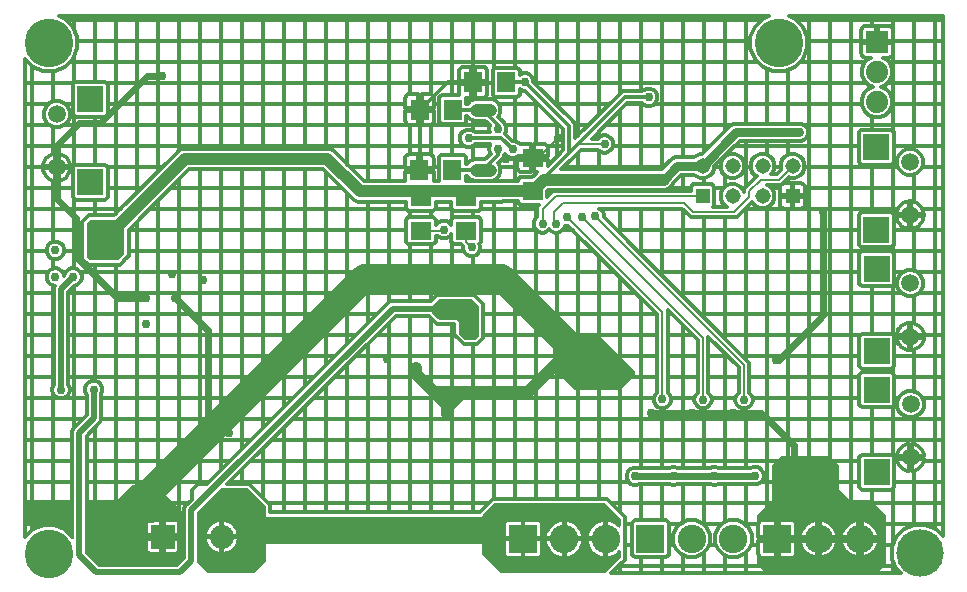
<source format=gbr>
G04 EAGLE Gerber X2 export*
%TF.Part,Single*%
%TF.FileFunction,Copper,L2,Bot,Mixed*%
%TF.FilePolarity,Positive*%
%TF.GenerationSoftware,Autodesk,EAGLE,9.1.1*%
%TF.CreationDate,2018-07-30T19:22:14Z*%
G75*
%MOMM*%
%FSLAX34Y34*%
%LPD*%
%AMOC8*
5,1,8,0,0,1.08239X$1,22.5*%
G01*
%ADD10R,2.413000X2.413000*%
%ADD11C,2.413000*%
%ADD12R,2.250000X2.250000*%
%ADD13C,1.508000*%
%ADD14R,2.032000X2.032000*%
%ADD15C,2.032000*%
%ADD16R,1.879600X1.879600*%
%ADD17C,1.879600*%
%ADD18R,1.308000X1.308000*%
%ADD19C,1.308000*%
%ADD20R,1.803000X1.600000*%
%ADD21R,1.800000X1.600000*%
%ADD22R,1.600000X1.800000*%
%ADD23C,1.117600*%
%ADD24C,0.756400*%
%ADD25C,0.609600*%
%ADD26C,0.304800*%
%ADD27C,0.203200*%
%ADD28C,2.286000*%
%ADD29C,1.016000*%
%ADD30C,0.558800*%
%ADD31C,0.508000*%
%ADD32C,1.016000*%
%ADD33C,0.762000*%
%ADD34C,2.032000*%
%ADD35C,4.016000*%
%ADD36C,4.116000*%

G36*
X731263Y10173D02*
X731263Y10173D01*
X731350Y10176D01*
X731403Y10193D01*
X731457Y10201D01*
X731537Y10236D01*
X731621Y10263D01*
X731660Y10291D01*
X731717Y10317D01*
X731830Y10413D01*
X731894Y10458D01*
X740718Y19282D01*
X740770Y19352D01*
X740830Y19416D01*
X740856Y19465D01*
X740889Y19509D01*
X740920Y19591D01*
X740960Y19669D01*
X740968Y19717D01*
X740990Y19775D01*
X741002Y19923D01*
X741015Y20000D01*
X741015Y60000D01*
X741003Y60087D01*
X741000Y60174D01*
X740983Y60227D01*
X740975Y60282D01*
X740940Y60361D01*
X740913Y60445D01*
X740885Y60484D01*
X740859Y60541D01*
X740763Y60654D01*
X740718Y60718D01*
X728218Y73218D01*
X728148Y73270D01*
X728084Y73330D01*
X728035Y73356D01*
X727991Y73389D01*
X727909Y73420D01*
X727831Y73460D01*
X727784Y73468D01*
X727725Y73490D01*
X727577Y73502D01*
X727500Y73515D01*
X710421Y73515D01*
X701015Y82921D01*
X701015Y102500D01*
X701003Y102587D01*
X701000Y102674D01*
X700983Y102727D01*
X700975Y102782D01*
X700940Y102861D01*
X700913Y102945D01*
X700885Y102984D01*
X700859Y103041D01*
X700763Y103154D01*
X700749Y103174D01*
X700743Y103184D01*
X700739Y103188D01*
X700718Y103218D01*
X693218Y110718D01*
X693148Y110770D01*
X693084Y110830D01*
X693035Y110856D01*
X692991Y110889D01*
X692909Y110920D01*
X692831Y110960D01*
X692784Y110968D01*
X692725Y110990D01*
X692577Y111002D01*
X692500Y111015D01*
X652500Y111015D01*
X652413Y111003D01*
X652326Y111000D01*
X652273Y110983D01*
X652219Y110975D01*
X652139Y110940D01*
X652055Y110913D01*
X652016Y110885D01*
X651959Y110859D01*
X651846Y110763D01*
X651782Y110718D01*
X644282Y103218D01*
X644230Y103148D01*
X644170Y103084D01*
X644144Y103035D01*
X644111Y102991D01*
X644080Y102909D01*
X644040Y102831D01*
X644032Y102784D01*
X644010Y102725D01*
X643998Y102577D01*
X643985Y102500D01*
X643985Y72921D01*
X631782Y60718D01*
X631730Y60648D01*
X631670Y60584D01*
X631644Y60535D01*
X631611Y60491D01*
X631580Y60409D01*
X631540Y60331D01*
X631532Y60284D01*
X631510Y60225D01*
X631498Y60077D01*
X631485Y60000D01*
X631485Y20000D01*
X631497Y19913D01*
X631500Y19826D01*
X631517Y19773D01*
X631525Y19719D01*
X631560Y19639D01*
X631587Y19555D01*
X631615Y19516D01*
X631641Y19459D01*
X631737Y19346D01*
X631782Y19282D01*
X640606Y10458D01*
X640676Y10406D01*
X640740Y10346D01*
X640789Y10320D01*
X640833Y10287D01*
X640915Y10256D01*
X640993Y10216D01*
X641041Y10208D01*
X641099Y10186D01*
X641247Y10174D01*
X641324Y10161D01*
X731176Y10161D01*
X731263Y10173D01*
G37*
G36*
X502587Y11497D02*
X502587Y11497D01*
X502674Y11500D01*
X502727Y11517D01*
X502782Y11525D01*
X502861Y11560D01*
X502945Y11587D01*
X502984Y11615D01*
X503041Y11641D01*
X503154Y11737D01*
X503218Y11782D01*
X515718Y24282D01*
X515770Y24352D01*
X515830Y24416D01*
X515856Y24465D01*
X515889Y24509D01*
X515920Y24591D01*
X515960Y24669D01*
X515968Y24717D01*
X515990Y24775D01*
X516002Y24923D01*
X516015Y25000D01*
X516015Y30309D01*
X516011Y30338D01*
X516014Y30367D01*
X515991Y30478D01*
X515975Y30590D01*
X515963Y30617D01*
X515958Y30646D01*
X515906Y30746D01*
X515859Y30850D01*
X515840Y30872D01*
X515827Y30898D01*
X515749Y30980D01*
X515676Y31067D01*
X515651Y31083D01*
X515631Y31104D01*
X515533Y31161D01*
X515439Y31224D01*
X515411Y31233D01*
X515386Y31248D01*
X515276Y31276D01*
X515168Y31310D01*
X515138Y31311D01*
X515110Y31318D01*
X514997Y31314D01*
X514884Y31317D01*
X514855Y31310D01*
X514826Y31309D01*
X514718Y31274D01*
X514609Y31245D01*
X514583Y31230D01*
X514555Y31221D01*
X514492Y31176D01*
X514364Y31100D01*
X514321Y31054D01*
X514282Y31026D01*
X512915Y29659D01*
X511055Y28308D01*
X509007Y27264D01*
X506820Y26554D01*
X505431Y26334D01*
X505431Y39784D01*
X505423Y39842D01*
X505425Y39900D01*
X505403Y39982D01*
X505391Y40065D01*
X505367Y40119D01*
X505353Y40175D01*
X505310Y40248D01*
X505275Y40325D01*
X505237Y40369D01*
X505207Y40420D01*
X505146Y40477D01*
X505091Y40542D01*
X505043Y40574D01*
X505000Y40614D01*
X504925Y40653D01*
X504855Y40699D01*
X504799Y40717D01*
X504747Y40744D01*
X504679Y40755D01*
X504584Y40785D01*
X504484Y40788D01*
X504416Y40799D01*
X503399Y40799D01*
X503399Y40801D01*
X504416Y40801D01*
X504474Y40809D01*
X504532Y40808D01*
X504614Y40829D01*
X504697Y40841D01*
X504751Y40865D01*
X504807Y40879D01*
X504880Y40922D01*
X504957Y40957D01*
X505002Y40995D01*
X505052Y41025D01*
X505110Y41086D01*
X505174Y41141D01*
X505206Y41189D01*
X505246Y41232D01*
X505285Y41307D01*
X505331Y41377D01*
X505349Y41433D01*
X505376Y41485D01*
X505387Y41553D01*
X505417Y41648D01*
X505420Y41748D01*
X505431Y41816D01*
X505431Y55266D01*
X506820Y55046D01*
X509007Y54336D01*
X511055Y53292D01*
X512915Y51941D01*
X514282Y50574D01*
X514306Y50556D01*
X514325Y50533D01*
X514419Y50471D01*
X514509Y50403D01*
X514537Y50392D01*
X514561Y50376D01*
X514669Y50342D01*
X514775Y50301D01*
X514804Y50299D01*
X514832Y50290D01*
X514946Y50287D01*
X515058Y50278D01*
X515087Y50284D01*
X515116Y50283D01*
X515226Y50311D01*
X515337Y50334D01*
X515363Y50347D01*
X515391Y50355D01*
X515489Y50412D01*
X515589Y50465D01*
X515611Y50485D01*
X515636Y50500D01*
X515713Y50582D01*
X515795Y50660D01*
X515810Y50686D01*
X515830Y50707D01*
X515882Y50808D01*
X515939Y50906D01*
X515946Y50934D01*
X515960Y50960D01*
X515973Y51038D01*
X516009Y51181D01*
X516007Y51244D01*
X516015Y51291D01*
X516015Y57500D01*
X516003Y57587D01*
X516000Y57674D01*
X515983Y57727D01*
X515975Y57782D01*
X515940Y57861D01*
X515913Y57945D01*
X515885Y57984D01*
X515859Y58041D01*
X515763Y58154D01*
X515718Y58218D01*
X503218Y70718D01*
X503148Y70770D01*
X503084Y70830D01*
X503035Y70856D01*
X502991Y70889D01*
X502909Y70920D01*
X502831Y70960D01*
X502784Y70968D01*
X502725Y70990D01*
X502577Y71002D01*
X502500Y71015D01*
X410000Y71015D01*
X409913Y71003D01*
X409826Y71000D01*
X409773Y70983D01*
X409719Y70975D01*
X409639Y70940D01*
X409555Y70913D01*
X409516Y70885D01*
X409459Y70859D01*
X409346Y70763D01*
X409282Y70718D01*
X399282Y60718D01*
X399230Y60648D01*
X399170Y60584D01*
X399144Y60535D01*
X399111Y60491D01*
X399080Y60409D01*
X399040Y60331D01*
X399032Y60284D01*
X399010Y60225D01*
X398998Y60077D01*
X398985Y60000D01*
X398985Y27500D01*
X398997Y27413D01*
X399000Y27326D01*
X399017Y27273D01*
X399025Y27219D01*
X399060Y27139D01*
X399087Y27055D01*
X399115Y27016D01*
X399141Y26959D01*
X399237Y26846D01*
X399282Y26782D01*
X414282Y11782D01*
X414352Y11730D01*
X414416Y11670D01*
X414465Y11644D01*
X414509Y11611D01*
X414591Y11580D01*
X414669Y11540D01*
X414717Y11532D01*
X414775Y11510D01*
X414923Y11498D01*
X415000Y11485D01*
X502500Y11485D01*
X502587Y11497D01*
G37*
G36*
X140668Y17285D02*
X140668Y17285D01*
X140755Y17288D01*
X140808Y17305D01*
X140863Y17313D01*
X140943Y17348D01*
X141026Y17375D01*
X141065Y17403D01*
X141122Y17429D01*
X141235Y17525D01*
X141299Y17570D01*
X147630Y23901D01*
X147682Y23971D01*
X147742Y24035D01*
X147768Y24084D01*
X147801Y24128D01*
X147832Y24210D01*
X147872Y24288D01*
X147880Y24335D01*
X147902Y24394D01*
X147914Y24541D01*
X147927Y24619D01*
X147927Y60588D01*
X147915Y60675D01*
X147912Y60762D01*
X147895Y60815D01*
X147887Y60869D01*
X147852Y60949D01*
X147825Y61033D01*
X147797Y61072D01*
X147771Y61129D01*
X147675Y61242D01*
X147630Y61306D01*
X123218Y85718D01*
X123148Y85770D01*
X123084Y85830D01*
X123035Y85856D01*
X122991Y85889D01*
X122909Y85920D01*
X122831Y85960D01*
X122784Y85968D01*
X122725Y85990D01*
X122577Y86002D01*
X122500Y86015D01*
X102500Y86015D01*
X102413Y86003D01*
X102326Y86000D01*
X102273Y85983D01*
X102219Y85975D01*
X102139Y85940D01*
X102055Y85913D01*
X102016Y85885D01*
X101959Y85859D01*
X101846Y85763D01*
X101782Y85718D01*
X89580Y73515D01*
X63388Y73515D01*
X63330Y73507D01*
X63272Y73509D01*
X63190Y73487D01*
X63106Y73475D01*
X63053Y73452D01*
X62997Y73437D01*
X62924Y73394D01*
X62847Y73359D01*
X62802Y73321D01*
X62752Y73292D01*
X62694Y73230D01*
X62630Y73176D01*
X62598Y73127D01*
X62558Y73084D01*
X62519Y73009D01*
X62472Y72939D01*
X62455Y72883D01*
X62428Y72831D01*
X62417Y72763D01*
X62387Y72668D01*
X62384Y72568D01*
X62373Y72500D01*
X62373Y29515D01*
X62385Y29428D01*
X62388Y29341D01*
X62405Y29288D01*
X62413Y29233D01*
X62448Y29153D01*
X62475Y29070D01*
X62503Y29031D01*
X62529Y28974D01*
X62625Y28860D01*
X62670Y28797D01*
X73897Y17570D01*
X73967Y17518D01*
X74030Y17458D01*
X74080Y17432D01*
X74124Y17399D01*
X74206Y17368D01*
X74284Y17328D01*
X74331Y17320D01*
X74390Y17298D01*
X74537Y17286D01*
X74615Y17273D01*
X140581Y17273D01*
X140668Y17285D01*
G37*
G36*
X205087Y11497D02*
X205087Y11497D01*
X205174Y11500D01*
X205227Y11517D01*
X205282Y11525D01*
X205361Y11560D01*
X205445Y11587D01*
X205484Y11615D01*
X205541Y11641D01*
X205654Y11737D01*
X205718Y11782D01*
X215718Y21782D01*
X215770Y21852D01*
X215830Y21916D01*
X215856Y21965D01*
X215889Y22009D01*
X215920Y22091D01*
X215960Y22169D01*
X215968Y22217D01*
X215990Y22275D01*
X216002Y22423D01*
X216015Y22500D01*
X216015Y67500D01*
X216003Y67587D01*
X216000Y67674D01*
X215983Y67727D01*
X215975Y67782D01*
X215940Y67861D01*
X215913Y67945D01*
X215885Y67984D01*
X215859Y68041D01*
X215763Y68154D01*
X215718Y68218D01*
X200718Y83218D01*
X200648Y83270D01*
X200584Y83330D01*
X200535Y83356D01*
X200491Y83389D01*
X200409Y83420D01*
X200331Y83460D01*
X200284Y83468D01*
X200225Y83490D01*
X200077Y83502D01*
X200000Y83515D01*
X177903Y83515D01*
X177816Y83503D01*
X177729Y83500D01*
X177676Y83483D01*
X177621Y83475D01*
X177541Y83440D01*
X177458Y83413D01*
X177419Y83385D01*
X177362Y83359D01*
X177249Y83263D01*
X177185Y83218D01*
X157370Y63403D01*
X157318Y63333D01*
X157258Y63270D01*
X157232Y63220D01*
X157199Y63176D01*
X157168Y63094D01*
X157128Y63016D01*
X157120Y62969D01*
X157098Y62910D01*
X157086Y62763D01*
X157073Y62685D01*
X157073Y21912D01*
X157085Y21825D01*
X157088Y21738D01*
X157105Y21685D01*
X157113Y21631D01*
X157148Y21551D01*
X157175Y21467D01*
X157203Y21428D01*
X157229Y21371D01*
X157325Y21258D01*
X157370Y21194D01*
X166782Y11782D01*
X166852Y11730D01*
X166916Y11670D01*
X166965Y11644D01*
X167009Y11611D01*
X167091Y11580D01*
X167169Y11540D01*
X167217Y11532D01*
X167275Y11510D01*
X167423Y11498D01*
X167500Y11485D01*
X205000Y11485D01*
X205087Y11497D01*
G37*
G36*
X515087Y166497D02*
X515087Y166497D01*
X515174Y166500D01*
X515227Y166517D01*
X515282Y166525D01*
X515361Y166560D01*
X515445Y166587D01*
X515484Y166615D01*
X515541Y166641D01*
X515654Y166737D01*
X515718Y166782D01*
X528218Y179282D01*
X528270Y179352D01*
X528330Y179416D01*
X528356Y179465D01*
X528389Y179509D01*
X528420Y179591D01*
X528460Y179669D01*
X528468Y179717D01*
X528490Y179775D01*
X528502Y179923D01*
X528515Y180000D01*
X528515Y182500D01*
X528503Y182587D01*
X528500Y182674D01*
X528483Y182727D01*
X528475Y182782D01*
X528440Y182861D01*
X528413Y182945D01*
X528385Y182984D01*
X528359Y183041D01*
X528263Y183154D01*
X528218Y183218D01*
X498218Y213218D01*
X498148Y213270D01*
X498084Y213330D01*
X498035Y213356D01*
X497991Y213389D01*
X497909Y213420D01*
X497831Y213460D01*
X497784Y213468D01*
X497725Y213490D01*
X497577Y213502D01*
X497500Y213515D01*
X480421Y213515D01*
X478218Y215718D01*
X478148Y215770D01*
X478084Y215830D01*
X478035Y215856D01*
X477991Y215889D01*
X477909Y215920D01*
X477831Y215960D01*
X477784Y215968D01*
X477725Y215990D01*
X477577Y216002D01*
X477500Y216015D01*
X472500Y216015D01*
X472413Y216003D01*
X472326Y216000D01*
X472273Y215983D01*
X472219Y215975D01*
X472139Y215940D01*
X472055Y215913D01*
X472016Y215885D01*
X471959Y215859D01*
X471846Y215763D01*
X471782Y215718D01*
X459282Y203218D01*
X459230Y203148D01*
X459170Y203084D01*
X459144Y203035D01*
X459111Y202991D01*
X459080Y202909D01*
X459040Y202831D01*
X459032Y202784D01*
X459010Y202725D01*
X458998Y202577D01*
X458985Y202500D01*
X458985Y185000D01*
X458997Y184913D01*
X459000Y184826D01*
X459017Y184773D01*
X459025Y184719D01*
X459060Y184639D01*
X459087Y184555D01*
X459115Y184516D01*
X459141Y184459D01*
X459237Y184346D01*
X459282Y184282D01*
X476782Y166782D01*
X476852Y166730D01*
X476916Y166670D01*
X476965Y166644D01*
X477009Y166611D01*
X477091Y166580D01*
X477169Y166540D01*
X477217Y166532D01*
X477275Y166510D01*
X477423Y166498D01*
X477500Y166485D01*
X515000Y166485D01*
X515087Y166497D01*
G37*
G36*
X90087Y276497D02*
X90087Y276497D01*
X90174Y276500D01*
X90227Y276517D01*
X90282Y276525D01*
X90361Y276560D01*
X90445Y276587D01*
X90484Y276615D01*
X90541Y276641D01*
X90654Y276737D01*
X90718Y276782D01*
X95718Y281782D01*
X95770Y281852D01*
X95830Y281916D01*
X95856Y281965D01*
X95889Y282009D01*
X95920Y282091D01*
X95960Y282169D01*
X95968Y282217D01*
X95990Y282275D01*
X96001Y282408D01*
X96001Y282412D01*
X96002Y282423D01*
X96015Y282500D01*
X96015Y310000D01*
X96007Y310056D01*
X96009Y310104D01*
X96008Y310105D01*
X96009Y310116D01*
X95987Y310198D01*
X95975Y310282D01*
X95952Y310335D01*
X95937Y310391D01*
X95894Y310464D01*
X95859Y310541D01*
X95821Y310586D01*
X95792Y310636D01*
X95730Y310694D01*
X95676Y310758D01*
X95627Y310790D01*
X95584Y310830D01*
X95509Y310869D01*
X95439Y310916D01*
X95383Y310933D01*
X95331Y310960D01*
X95263Y310971D01*
X95168Y311001D01*
X95068Y311004D01*
X95000Y311015D01*
X67500Y311015D01*
X67413Y311003D01*
X67326Y311000D01*
X67273Y310983D01*
X67219Y310975D01*
X67139Y310940D01*
X67055Y310913D01*
X67016Y310885D01*
X66959Y310859D01*
X66846Y310763D01*
X66782Y310718D01*
X64282Y308218D01*
X64230Y308148D01*
X64170Y308084D01*
X64144Y308035D01*
X64111Y307991D01*
X64080Y307909D01*
X64040Y307831D01*
X64032Y307784D01*
X64010Y307725D01*
X63998Y307577D01*
X63985Y307500D01*
X63985Y280000D01*
X63997Y279913D01*
X64000Y279826D01*
X64017Y279773D01*
X64025Y279719D01*
X64060Y279639D01*
X64087Y279555D01*
X64115Y279516D01*
X64141Y279459D01*
X64237Y279346D01*
X64282Y279282D01*
X66782Y276782D01*
X66852Y276730D01*
X66916Y276670D01*
X66965Y276644D01*
X67009Y276611D01*
X67091Y276580D01*
X67169Y276540D01*
X67217Y276532D01*
X67275Y276510D01*
X67423Y276498D01*
X67500Y276485D01*
X90000Y276485D01*
X90087Y276497D01*
G37*
G36*
X52242Y40240D02*
X52242Y40240D01*
X52328Y40238D01*
X52383Y40252D01*
X52440Y40257D01*
X52520Y40288D01*
X52603Y40310D01*
X52652Y40339D01*
X52705Y40359D01*
X52774Y40411D01*
X52848Y40455D01*
X52887Y40497D01*
X52932Y40531D01*
X52984Y40600D01*
X53042Y40662D01*
X53068Y40713D01*
X53102Y40759D01*
X53133Y40839D01*
X53172Y40916D01*
X53180Y40964D01*
X53203Y41025D01*
X53214Y41169D01*
X53227Y41247D01*
X53227Y72500D01*
X53219Y72558D01*
X53221Y72616D01*
X53199Y72698D01*
X53187Y72782D01*
X53164Y72835D01*
X53149Y72891D01*
X53106Y72964D01*
X53071Y73041D01*
X53033Y73086D01*
X53004Y73136D01*
X52942Y73194D01*
X52888Y73258D01*
X52839Y73290D01*
X52796Y73330D01*
X52721Y73369D01*
X52651Y73416D01*
X52595Y73433D01*
X52543Y73460D01*
X52475Y73471D01*
X52380Y73501D01*
X52280Y73504D01*
X52212Y73515D01*
X12500Y73515D01*
X12413Y73503D01*
X12326Y73500D01*
X12273Y73483D01*
X12219Y73475D01*
X12139Y73440D01*
X12055Y73413D01*
X12016Y73385D01*
X11959Y73359D01*
X11846Y73263D01*
X11782Y73218D01*
X10458Y71894D01*
X10406Y71824D01*
X10346Y71760D01*
X10320Y71711D01*
X10287Y71667D01*
X10256Y71585D01*
X10216Y71507D01*
X10208Y71459D01*
X10186Y71401D01*
X10174Y71253D01*
X10161Y71176D01*
X10161Y58824D01*
X10173Y58737D01*
X10176Y58650D01*
X10193Y58597D01*
X10201Y58543D01*
X10236Y58463D01*
X10263Y58379D01*
X10291Y58340D01*
X10317Y58283D01*
X10413Y58170D01*
X10458Y58106D01*
X20057Y48507D01*
X20058Y48506D01*
X20059Y48505D01*
X20178Y48417D01*
X20284Y48336D01*
X20286Y48336D01*
X20287Y48335D01*
X20421Y48284D01*
X20550Y48235D01*
X20551Y48235D01*
X20553Y48234D01*
X20697Y48223D01*
X20833Y48212D01*
X20835Y48212D01*
X20836Y48212D01*
X20852Y48215D01*
X21112Y48267D01*
X21139Y48282D01*
X21163Y48287D01*
X27502Y50913D01*
X36498Y50913D01*
X44809Y47470D01*
X51170Y41109D01*
X51274Y40858D01*
X51318Y40784D01*
X51353Y40706D01*
X51390Y40662D01*
X51419Y40613D01*
X51481Y40554D01*
X51537Y40489D01*
X51584Y40457D01*
X51625Y40418D01*
X51701Y40379D01*
X51773Y40331D01*
X51827Y40314D01*
X51878Y40288D01*
X51962Y40271D01*
X52044Y40245D01*
X52101Y40244D01*
X52157Y40233D01*
X52242Y40240D01*
G37*
G36*
X392587Y208997D02*
X392587Y208997D01*
X392674Y209000D01*
X392727Y209017D01*
X392782Y209025D01*
X392861Y209060D01*
X392945Y209087D01*
X392984Y209115D01*
X393041Y209141D01*
X393154Y209237D01*
X393218Y209282D01*
X395718Y211782D01*
X395770Y211852D01*
X395830Y211916D01*
X395856Y211965D01*
X395889Y212009D01*
X395920Y212091D01*
X395960Y212169D01*
X395968Y212217D01*
X395990Y212275D01*
X396002Y212423D01*
X396015Y212500D01*
X396015Y237500D01*
X396003Y237587D01*
X396000Y237674D01*
X395983Y237727D01*
X395975Y237782D01*
X395940Y237861D01*
X395913Y237945D01*
X395885Y237984D01*
X395859Y238041D01*
X395763Y238154D01*
X395718Y238218D01*
X390718Y243218D01*
X390648Y243270D01*
X390584Y243330D01*
X390535Y243356D01*
X390491Y243389D01*
X390409Y243420D01*
X390331Y243460D01*
X390284Y243468D01*
X390225Y243490D01*
X390077Y243502D01*
X390000Y243515D01*
X362500Y243515D01*
X362413Y243503D01*
X362326Y243500D01*
X362273Y243483D01*
X362219Y243475D01*
X362139Y243440D01*
X362055Y243413D01*
X362016Y243385D01*
X361959Y243359D01*
X361846Y243263D01*
X361782Y243218D01*
X356782Y238218D01*
X356730Y238148D01*
X356670Y238084D01*
X356644Y238035D01*
X356611Y237991D01*
X356580Y237909D01*
X356540Y237831D01*
X356532Y237784D01*
X356510Y237725D01*
X356498Y237577D01*
X356485Y237500D01*
X356485Y232500D01*
X356497Y232413D01*
X356500Y232326D01*
X356517Y232273D01*
X356525Y232219D01*
X356560Y232139D01*
X356587Y232055D01*
X356615Y232016D01*
X356641Y231959D01*
X356737Y231846D01*
X356782Y231782D01*
X361782Y226782D01*
X361852Y226730D01*
X361916Y226670D01*
X361965Y226644D01*
X362009Y226611D01*
X362091Y226580D01*
X362169Y226540D01*
X362217Y226532D01*
X362275Y226510D01*
X362423Y226498D01*
X362500Y226485D01*
X377080Y226485D01*
X378985Y224580D01*
X378985Y215000D01*
X378997Y214913D01*
X379000Y214826D01*
X379017Y214773D01*
X379025Y214719D01*
X379060Y214639D01*
X379087Y214555D01*
X379115Y214516D01*
X379141Y214459D01*
X379237Y214346D01*
X379282Y214282D01*
X384282Y209282D01*
X384352Y209230D01*
X384416Y209170D01*
X384465Y209144D01*
X384509Y209111D01*
X384591Y209080D01*
X384669Y209040D01*
X384717Y209032D01*
X384775Y209010D01*
X384923Y208998D01*
X385000Y208985D01*
X392500Y208985D01*
X392587Y208997D01*
G37*
%LPC*%
G36*
X650831Y42831D02*
X650831Y42831D01*
X650831Y55406D01*
X661199Y55406D01*
X661846Y55233D01*
X662425Y54898D01*
X662898Y54425D01*
X663233Y53846D01*
X663406Y53199D01*
X663406Y42831D01*
X650831Y42831D01*
G37*
%LPD*%
%LPC*%
G36*
X435431Y42831D02*
X435431Y42831D01*
X435431Y55406D01*
X445799Y55406D01*
X446446Y55233D01*
X447025Y54898D01*
X447498Y54425D01*
X447833Y53846D01*
X448006Y53199D01*
X448006Y42831D01*
X435431Y42831D01*
G37*
%LPD*%
%LPC*%
G36*
X634194Y42831D02*
X634194Y42831D01*
X634194Y53199D01*
X634367Y53846D01*
X634702Y54425D01*
X635175Y54898D01*
X635754Y55233D01*
X636401Y55406D01*
X646769Y55406D01*
X646769Y42831D01*
X634194Y42831D01*
G37*
%LPD*%
%LPC*%
G36*
X418794Y42831D02*
X418794Y42831D01*
X418794Y53199D01*
X418967Y53846D01*
X419302Y54425D01*
X419775Y54898D01*
X420354Y55233D01*
X421001Y55406D01*
X431369Y55406D01*
X431369Y42831D01*
X418794Y42831D01*
G37*
%LPD*%
%LPC*%
G36*
X435431Y26194D02*
X435431Y26194D01*
X435431Y38769D01*
X448006Y38769D01*
X448006Y28401D01*
X447833Y27754D01*
X447498Y27175D01*
X447025Y26702D01*
X446446Y26367D01*
X445799Y26194D01*
X435431Y26194D01*
G37*
%LPD*%
%LPC*%
G36*
X650831Y26194D02*
X650831Y26194D01*
X650831Y38769D01*
X663406Y38769D01*
X663406Y28401D01*
X663233Y27754D01*
X662898Y27175D01*
X662425Y26702D01*
X661846Y26367D01*
X661199Y26194D01*
X650831Y26194D01*
G37*
%LPD*%
%LPC*%
G36*
X421001Y26194D02*
X421001Y26194D01*
X420354Y26367D01*
X419775Y26702D01*
X419302Y27175D01*
X418967Y27754D01*
X418794Y28401D01*
X418794Y38769D01*
X431369Y38769D01*
X431369Y26194D01*
X421001Y26194D01*
G37*
%LPD*%
%LPC*%
G36*
X636401Y26194D02*
X636401Y26194D01*
X635754Y26367D01*
X635175Y26702D01*
X634702Y27175D01*
X634367Y27754D01*
X634194Y28401D01*
X634194Y38769D01*
X646769Y38769D01*
X646769Y26194D01*
X636401Y26194D01*
G37*
%LPD*%
%LPC*%
G36*
X470431Y42831D02*
X470431Y42831D01*
X470431Y55266D01*
X471820Y55046D01*
X474007Y54336D01*
X476055Y53292D01*
X477915Y51941D01*
X479541Y50315D01*
X480892Y48455D01*
X481936Y46407D01*
X482646Y44220D01*
X482866Y42831D01*
X470431Y42831D01*
G37*
%LPD*%
%LPC*%
G36*
X685831Y42831D02*
X685831Y42831D01*
X685831Y55266D01*
X687220Y55046D01*
X689407Y54336D01*
X691455Y53292D01*
X693315Y51941D01*
X694941Y50315D01*
X696292Y48455D01*
X697336Y46407D01*
X698046Y44220D01*
X698266Y42831D01*
X685831Y42831D01*
G37*
%LPD*%
%LPC*%
G36*
X720831Y42831D02*
X720831Y42831D01*
X720831Y55266D01*
X722220Y55046D01*
X724407Y54336D01*
X726455Y53292D01*
X728315Y51941D01*
X729941Y50315D01*
X731292Y48455D01*
X732336Y46407D01*
X733046Y44220D01*
X733266Y42831D01*
X720831Y42831D01*
G37*
%LPD*%
%LPC*%
G36*
X453934Y42831D02*
X453934Y42831D01*
X454154Y44220D01*
X454864Y46407D01*
X455908Y48455D01*
X457259Y50315D01*
X458885Y51941D01*
X460745Y53292D01*
X462793Y54336D01*
X464980Y55046D01*
X466369Y55266D01*
X466369Y42831D01*
X453934Y42831D01*
G37*
%LPD*%
%LPC*%
G36*
X488934Y42831D02*
X488934Y42831D01*
X489154Y44220D01*
X489864Y46407D01*
X490908Y48455D01*
X492259Y50315D01*
X493885Y51941D01*
X495745Y53292D01*
X497793Y54336D01*
X499980Y55046D01*
X501369Y55266D01*
X501369Y42831D01*
X488934Y42831D01*
G37*
%LPD*%
%LPC*%
G36*
X669334Y42831D02*
X669334Y42831D01*
X669554Y44220D01*
X670264Y46407D01*
X671308Y48455D01*
X672659Y50315D01*
X674285Y51941D01*
X676145Y53292D01*
X678193Y54336D01*
X680380Y55046D01*
X681769Y55266D01*
X681769Y42831D01*
X669334Y42831D01*
G37*
%LPD*%
%LPC*%
G36*
X704334Y42831D02*
X704334Y42831D01*
X704554Y44220D01*
X705264Y46407D01*
X706308Y48455D01*
X707659Y50315D01*
X709285Y51941D01*
X711145Y53292D01*
X713193Y54336D01*
X715380Y55046D01*
X716769Y55266D01*
X716769Y42831D01*
X704334Y42831D01*
G37*
%LPD*%
%LPC*%
G36*
X470431Y38769D02*
X470431Y38769D01*
X482866Y38769D01*
X482646Y37380D01*
X481936Y35193D01*
X480892Y33145D01*
X479541Y31285D01*
X477915Y29659D01*
X476055Y28308D01*
X474007Y27264D01*
X471820Y26554D01*
X470431Y26334D01*
X470431Y38769D01*
G37*
%LPD*%
%LPC*%
G36*
X685831Y38769D02*
X685831Y38769D01*
X698266Y38769D01*
X698046Y37380D01*
X697336Y35193D01*
X696292Y33145D01*
X694941Y31285D01*
X693315Y29659D01*
X691455Y28308D01*
X689407Y27264D01*
X687220Y26554D01*
X685831Y26334D01*
X685831Y38769D01*
G37*
%LPD*%
%LPC*%
G36*
X720831Y38769D02*
X720831Y38769D01*
X733266Y38769D01*
X733046Y37380D01*
X732336Y35193D01*
X731292Y33145D01*
X729941Y31285D01*
X728315Y29659D01*
X726455Y28308D01*
X724407Y27264D01*
X722220Y26554D01*
X720831Y26334D01*
X720831Y38769D01*
G37*
%LPD*%
%LPC*%
G36*
X499980Y26554D02*
X499980Y26554D01*
X497793Y27264D01*
X495745Y28308D01*
X493885Y29659D01*
X492259Y31285D01*
X490908Y33145D01*
X489864Y35193D01*
X489154Y37380D01*
X488934Y38769D01*
X501369Y38769D01*
X501369Y26334D01*
X499980Y26554D01*
G37*
%LPD*%
%LPC*%
G36*
X464980Y26554D02*
X464980Y26554D01*
X462793Y27264D01*
X460745Y28308D01*
X458885Y29659D01*
X457259Y31285D01*
X455908Y33145D01*
X454864Y35193D01*
X454154Y37380D01*
X453934Y38769D01*
X466369Y38769D01*
X466369Y26334D01*
X464980Y26554D01*
G37*
%LPD*%
%LPC*%
G36*
X715380Y26554D02*
X715380Y26554D01*
X713193Y27264D01*
X711145Y28308D01*
X709285Y29659D01*
X707659Y31285D01*
X706308Y33145D01*
X705264Y35193D01*
X704554Y37380D01*
X704334Y38769D01*
X716769Y38769D01*
X716769Y26334D01*
X715380Y26554D01*
G37*
%LPD*%
%LPC*%
G36*
X680380Y26554D02*
X680380Y26554D01*
X678193Y27264D01*
X676145Y28308D01*
X674285Y29659D01*
X672659Y31285D01*
X671308Y33145D01*
X670264Y35193D01*
X669554Y37380D01*
X669334Y38769D01*
X681769Y38769D01*
X681769Y26334D01*
X680380Y26554D01*
G37*
%LPD*%
%LPC*%
G36*
X130431Y44531D02*
X130431Y44531D01*
X130431Y55201D01*
X138894Y55201D01*
X139541Y55028D01*
X140120Y54693D01*
X140593Y54220D01*
X140928Y53641D01*
X141101Y52994D01*
X141101Y44531D01*
X130431Y44531D01*
G37*
%LPD*%
%LPC*%
G36*
X115699Y44531D02*
X115699Y44531D01*
X115699Y52994D01*
X115872Y53641D01*
X116207Y54220D01*
X116680Y54693D01*
X117259Y55028D01*
X117906Y55201D01*
X126369Y55201D01*
X126369Y44531D01*
X115699Y44531D01*
G37*
%LPD*%
%LPC*%
G36*
X117906Y29799D02*
X117906Y29799D01*
X117259Y29972D01*
X116680Y30307D01*
X116207Y30780D01*
X115872Y31359D01*
X115699Y32006D01*
X115699Y40469D01*
X126369Y40469D01*
X126369Y29799D01*
X117906Y29799D01*
G37*
%LPD*%
%LPC*%
G36*
X130431Y29799D02*
X130431Y29799D01*
X130431Y40469D01*
X141101Y40469D01*
X141101Y32006D01*
X140928Y31359D01*
X140593Y30780D01*
X140120Y30307D01*
X139541Y29972D01*
X138894Y29799D01*
X130431Y29799D01*
G37*
%LPD*%
%LPC*%
G36*
X180431Y44531D02*
X180431Y44531D01*
X180431Y55037D01*
X181374Y54888D01*
X183275Y54270D01*
X185057Y53363D01*
X186674Y52188D01*
X188088Y50774D01*
X189263Y49157D01*
X190170Y47375D01*
X190788Y45474D01*
X190937Y44531D01*
X180431Y44531D01*
G37*
%LPD*%
%LPC*%
G36*
X180431Y40469D02*
X180431Y40469D01*
X190937Y40469D01*
X190788Y39526D01*
X190170Y37625D01*
X189263Y35843D01*
X188088Y34226D01*
X186674Y32812D01*
X185057Y31637D01*
X183275Y30730D01*
X181374Y30112D01*
X180431Y29963D01*
X180431Y40469D01*
G37*
%LPD*%
%LPC*%
G36*
X165863Y44531D02*
X165863Y44531D01*
X166012Y45474D01*
X166630Y47375D01*
X167537Y49157D01*
X168712Y50774D01*
X170126Y52188D01*
X171743Y53363D01*
X173525Y54270D01*
X175426Y54888D01*
X176369Y55037D01*
X176369Y44531D01*
X165863Y44531D01*
G37*
%LPD*%
%LPC*%
G36*
X175426Y30112D02*
X175426Y30112D01*
X173525Y30730D01*
X171743Y31637D01*
X170126Y32812D01*
X168712Y34226D01*
X167537Y35843D01*
X166630Y37625D01*
X166012Y39526D01*
X165863Y40469D01*
X176369Y40469D01*
X176369Y29963D01*
X175426Y30112D01*
G37*
%LPD*%
%LPC*%
G36*
X128399Y42499D02*
X128399Y42499D01*
X128399Y42501D01*
X128401Y42501D01*
X128401Y42499D01*
X128399Y42499D01*
G37*
%LPD*%
%LPC*%
G36*
X178399Y42499D02*
X178399Y42499D01*
X178399Y42501D01*
X178401Y42501D01*
X178401Y42499D01*
X178399Y42499D01*
G37*
%LPD*%
%LPC*%
G36*
X468399Y40799D02*
X468399Y40799D01*
X468399Y40801D01*
X468401Y40801D01*
X468401Y40799D01*
X468399Y40799D01*
G37*
%LPD*%
%LPC*%
G36*
X433399Y40799D02*
X433399Y40799D01*
X433399Y40801D01*
X433401Y40801D01*
X433401Y40799D01*
X433399Y40799D01*
G37*
%LPD*%
%LPC*%
G36*
X718799Y40799D02*
X718799Y40799D01*
X718799Y40801D01*
X718801Y40801D01*
X718801Y40799D01*
X718799Y40799D01*
G37*
%LPD*%
%LPC*%
G36*
X683799Y40799D02*
X683799Y40799D01*
X683799Y40801D01*
X683801Y40801D01*
X683801Y40799D01*
X683799Y40799D01*
G37*
%LPD*%
%LPC*%
G36*
X648799Y40799D02*
X648799Y40799D01*
X648799Y40801D01*
X648801Y40801D01*
X648801Y40799D01*
X648799Y40799D01*
G37*
%LPD*%
D10*
X541400Y40800D03*
D11*
X576400Y40800D03*
X611400Y40800D03*
D10*
X433400Y40800D03*
D11*
X468400Y40800D03*
X503400Y40800D03*
D10*
X648800Y40800D03*
D11*
X683800Y40800D03*
X718800Y40800D03*
D12*
X67100Y342900D03*
X67100Y412900D03*
D13*
X38600Y355400D03*
X38600Y400400D03*
D12*
X732600Y372400D03*
X732600Y302400D03*
D13*
X761100Y359900D03*
X761100Y314900D03*
D12*
X732800Y269600D03*
X732800Y199600D03*
D13*
X761300Y257100D03*
X761300Y212100D03*
D12*
X733100Y167200D03*
X733100Y97200D03*
D13*
X761600Y154700D03*
X761600Y109700D03*
D14*
X128400Y42500D03*
D15*
X178400Y42500D03*
D16*
X733300Y461700D03*
D17*
X733300Y436300D03*
X733300Y410900D03*
D18*
X661650Y331075D03*
X585450Y331075D03*
D19*
X636250Y331075D03*
X610850Y331075D03*
X610850Y356475D03*
X636250Y356475D03*
X661650Y356475D03*
X585450Y356475D03*
D20*
X385300Y330020D03*
X385300Y301580D03*
X347000Y330020D03*
X347000Y301580D03*
D21*
X441600Y335200D03*
X441600Y363200D03*
D22*
X419300Y427200D03*
X391300Y427200D03*
D23*
X394012Y353100D02*
X405188Y353100D01*
X405188Y403900D02*
X394012Y403900D01*
D22*
X374000Y404300D03*
X346000Y404300D03*
X373700Y353200D03*
X345700Y353200D03*
D24*
X114200Y222600D03*
X114200Y245100D03*
X139200Y245100D03*
X162600Y259600D03*
X136700Y265100D03*
X166700Y130100D03*
X134800Y66500D03*
X117700Y66100D03*
X101100Y65800D03*
X99200Y52600D03*
X81700Y25000D03*
X118700Y23200D03*
X100600Y25300D03*
X88900Y40800D03*
X184200Y130100D03*
D25*
X166700Y130100D02*
X166700Y217600D01*
X139200Y245100D01*
D24*
X318000Y192700D03*
X343000Y185200D03*
X358000Y165200D03*
X369000Y146100D03*
X541900Y147600D03*
X576200Y147300D03*
X611000Y147500D03*
X137900Y22600D03*
X15900Y63600D03*
X70400Y40900D03*
X419000Y362200D03*
D25*
X114200Y245100D02*
X89900Y245100D01*
X55000Y280000D02*
X55000Y312500D01*
X38600Y328900D01*
X55000Y280000D02*
X89900Y245100D01*
X38600Y328900D02*
X38600Y357500D01*
X38600Y355400D01*
D26*
X369700Y427200D02*
X391300Y427200D01*
X369700Y427200D02*
X352500Y410000D01*
X351700Y410000D01*
X346000Y404300D02*
X346000Y353500D01*
X419000Y362200D02*
X440600Y362200D01*
X441600Y363200D01*
D24*
X463000Y380400D03*
D27*
X445800Y363200D01*
X441600Y363200D01*
D24*
X127600Y432600D03*
D25*
X115100Y432600D01*
D26*
X38600Y373600D02*
X38600Y355400D01*
D25*
X75000Y392500D02*
X115100Y432600D01*
X40000Y375000D02*
X38600Y373600D01*
X38600Y357500D01*
X40000Y375000D02*
X57500Y392500D01*
X75000Y392500D01*
D26*
X346000Y404300D02*
X351700Y410000D01*
X346000Y353500D02*
X345700Y353200D01*
D24*
X652700Y101100D03*
X670200Y101100D03*
X690200Y101100D03*
X680200Y88600D03*
X662700Y88600D03*
X652700Y76100D03*
X670200Y76100D03*
X690200Y76100D03*
X700200Y63600D03*
X665200Y18600D03*
X702700Y18600D03*
X665200Y63600D03*
X727700Y63600D03*
X730200Y18600D03*
D25*
X542200Y147300D02*
X541900Y147600D01*
X542200Y147300D02*
X576200Y147300D01*
X610800Y147300D01*
X611000Y147500D01*
X635000Y147500D01*
X662500Y120000D01*
X662500Y105000D01*
D24*
X485000Y192500D03*
D28*
X415000Y262500D01*
X299100Y262500D02*
X166700Y130100D01*
X299100Y262500D02*
X415000Y262500D01*
X166700Y130100D02*
X117700Y81100D01*
X117700Y66100D01*
D24*
X475000Y207500D03*
X467500Y195000D03*
X475000Y180000D03*
X492500Y177500D03*
X512500Y180000D03*
X495000Y207500D03*
X502500Y195000D03*
X117700Y81100D03*
D29*
X358000Y165200D02*
X382500Y165200D01*
X437700Y165200D01*
X467500Y195000D01*
X369000Y151700D02*
X369000Y146100D01*
X369000Y151700D02*
X382500Y165200D01*
X358000Y165200D02*
X343000Y180200D01*
X343000Y185200D01*
X358000Y165200D02*
X369000Y154200D01*
X369000Y146100D01*
D24*
X687500Y317500D03*
D30*
X687500Y230000D01*
X650000Y192500D02*
X647500Y192500D01*
D24*
X647500Y192500D03*
D30*
X650000Y192500D02*
X687500Y230000D01*
D26*
X386177Y348120D02*
X385256Y348120D01*
X386177Y348120D02*
X386260Y347920D01*
X388832Y345348D01*
X392193Y343956D01*
X407007Y343956D01*
X410368Y345348D01*
X412940Y347920D01*
X414332Y351281D01*
X414332Y354919D01*
X412940Y358280D01*
X412452Y358768D01*
X417180Y363496D01*
X417180Y365802D01*
X418216Y366838D01*
X418379Y366443D01*
X420443Y364379D01*
X423140Y363262D01*
X426060Y363262D01*
X428757Y364379D01*
X429101Y364724D01*
X440076Y364724D01*
X440076Y361676D01*
X428536Y361676D01*
X428536Y354665D01*
X428813Y353631D01*
X429348Y352705D01*
X430105Y351948D01*
X431031Y351413D01*
X432065Y351136D01*
X440076Y351136D01*
X440076Y361676D01*
X443124Y361676D01*
X443124Y351136D01*
X445323Y351136D01*
X444079Y349892D01*
X440943Y346756D01*
X431127Y346756D01*
X429044Y344673D01*
X429044Y343836D01*
X412682Y343836D01*
X411958Y343536D01*
X385256Y343536D01*
X385256Y348120D01*
X325825Y229704D02*
X183193Y87072D01*
X325825Y229704D02*
X353830Y229704D01*
X355606Y227928D01*
X360606Y222928D01*
X375428Y222928D01*
X375428Y213106D01*
X378106Y210428D01*
X383106Y205428D01*
X394394Y205428D01*
X397072Y208106D01*
X399572Y210606D01*
X399572Y239394D01*
X396894Y242072D01*
X391894Y247072D01*
X360606Y247072D01*
X355430Y241896D01*
X322087Y241896D01*
X319847Y240968D01*
X165951Y87072D01*
X158106Y87072D01*
X155428Y84394D01*
X152928Y81894D01*
X152928Y74049D01*
X147332Y68453D01*
X146404Y66213D01*
X146404Y24829D01*
X140371Y18796D01*
X74825Y18796D01*
X63896Y29725D01*
X63896Y127875D01*
X73753Y137732D01*
X75468Y139447D01*
X76396Y141687D01*
X76396Y163708D01*
X77238Y165740D01*
X77238Y168660D01*
X76121Y171357D01*
X74057Y173421D01*
X71360Y174538D01*
X68440Y174538D01*
X65743Y173421D01*
X63679Y171357D01*
X62562Y168660D01*
X62562Y165740D01*
X63679Y163043D01*
X64204Y162519D01*
X64204Y145425D01*
X52632Y133853D01*
X51704Y131613D01*
X51704Y42729D01*
X45672Y48762D01*
X36801Y52436D01*
X27199Y52436D01*
X18328Y48762D01*
X11684Y42117D01*
X11684Y446983D01*
X18328Y440338D01*
X27199Y436664D01*
X36801Y436664D01*
X45672Y440338D01*
X52462Y447128D01*
X56136Y455999D01*
X56136Y465601D01*
X52462Y474472D01*
X45672Y481262D01*
X40712Y483316D01*
X641388Y483316D01*
X636428Y481262D01*
X629638Y474472D01*
X625964Y465601D01*
X625964Y455999D01*
X629638Y447128D01*
X636428Y440338D01*
X645299Y436664D01*
X654901Y436664D01*
X663772Y440338D01*
X670562Y447128D01*
X674236Y455999D01*
X674236Y465601D01*
X670562Y474472D01*
X663772Y481262D01*
X658812Y483316D01*
X788716Y483316D01*
X788716Y42910D01*
X782789Y48838D01*
X774102Y52436D01*
X764698Y52436D01*
X756011Y48838D01*
X749362Y42189D01*
X745764Y33502D01*
X745764Y24098D01*
X749362Y15411D01*
X753090Y11684D01*
X508150Y11684D01*
X519572Y23106D01*
X519572Y59394D01*
X504394Y74572D01*
X408106Y74572D01*
X405428Y71894D01*
X397120Y63586D01*
X219572Y63586D01*
X219572Y69394D01*
X216894Y72072D01*
X201894Y87072D01*
X198106Y87072D01*
X183193Y87072D01*
X344476Y391236D02*
X344476Y402776D01*
X347524Y402776D01*
X347524Y391236D01*
X354535Y391236D01*
X355569Y391513D01*
X356495Y392048D01*
X357252Y392805D01*
X357787Y393731D01*
X358064Y394765D01*
X358064Y402776D01*
X347524Y402776D01*
X347524Y405824D01*
X358064Y405824D01*
X358064Y413835D01*
X357787Y414869D01*
X357252Y415795D01*
X356495Y416552D01*
X355569Y417087D01*
X354535Y417364D01*
X347524Y417364D01*
X347524Y405824D01*
X344476Y405824D01*
X344476Y417364D01*
X337465Y417364D01*
X336431Y417087D01*
X335505Y416552D01*
X334748Y415795D01*
X334213Y414869D01*
X333936Y413835D01*
X333936Y405824D01*
X344476Y405824D01*
X344476Y402776D01*
X333936Y402776D01*
X333936Y394765D01*
X334213Y393731D01*
X334748Y392805D01*
X335505Y392048D01*
X336431Y391513D01*
X337465Y391236D01*
X344476Y391236D01*
X651046Y331551D02*
X661174Y331551D01*
X661174Y330599D01*
X651046Y330599D01*
X651046Y324000D01*
X651323Y322966D01*
X651858Y322040D01*
X652615Y321283D01*
X653541Y320748D01*
X654575Y320471D01*
X661174Y320471D01*
X661174Y330599D01*
X662126Y330599D01*
X662126Y320471D01*
X668725Y320471D01*
X669759Y320748D01*
X670685Y321283D01*
X671442Y322040D01*
X671977Y322966D01*
X672254Y324000D01*
X672254Y330599D01*
X662126Y330599D01*
X662126Y331551D01*
X672254Y331551D01*
X672254Y338150D01*
X671977Y339184D01*
X671442Y340110D01*
X670685Y340867D01*
X669759Y341402D01*
X668725Y341679D01*
X662126Y341679D01*
X662126Y331551D01*
X661174Y331551D01*
X661174Y341679D01*
X654575Y341679D01*
X653541Y341402D01*
X652615Y340867D01*
X651858Y340110D01*
X651323Y339184D01*
X651046Y338150D01*
X651046Y331551D01*
X129924Y56724D02*
X129924Y44024D01*
X126876Y44024D01*
X126876Y56724D01*
X117705Y56724D01*
X116671Y56447D01*
X115745Y55912D01*
X114988Y55155D01*
X114453Y54229D01*
X114176Y53195D01*
X114176Y44024D01*
X126876Y44024D01*
X126876Y40976D01*
X114176Y40976D01*
X114176Y31805D01*
X114453Y30771D01*
X114988Y29845D01*
X115745Y29088D01*
X116671Y28553D01*
X117705Y28276D01*
X126876Y28276D01*
X126876Y40976D01*
X129924Y40976D01*
X129924Y28276D01*
X139095Y28276D01*
X140129Y28553D01*
X141055Y29088D01*
X141812Y29845D01*
X142347Y30771D01*
X142624Y31805D01*
X142624Y40976D01*
X129924Y40976D01*
X129924Y44024D01*
X142624Y44024D01*
X142624Y53195D01*
X142347Y54229D01*
X141812Y55155D01*
X141055Y55912D01*
X140129Y56447D01*
X139095Y56724D01*
X129924Y56724D01*
X758583Y200782D02*
X760324Y200506D01*
X760324Y211124D01*
X762276Y211124D01*
X762276Y200506D01*
X764017Y200782D01*
X765754Y201346D01*
X767382Y202175D01*
X768859Y203249D01*
X770151Y204541D01*
X771225Y206018D01*
X772054Y207646D01*
X772618Y209383D01*
X772894Y211124D01*
X762276Y211124D01*
X762276Y213076D01*
X772894Y213076D01*
X772618Y214817D01*
X772054Y216554D01*
X771225Y218182D01*
X770151Y219659D01*
X768859Y220951D01*
X767382Y222025D01*
X765754Y222854D01*
X764017Y223418D01*
X762276Y223694D01*
X762276Y213076D01*
X760324Y213076D01*
X760324Y223694D01*
X758583Y223418D01*
X756846Y222854D01*
X755218Y222025D01*
X753741Y220951D01*
X752449Y219659D01*
X751375Y218182D01*
X750546Y216554D01*
X749982Y214817D01*
X749706Y213076D01*
X760324Y213076D01*
X760324Y211124D01*
X749706Y211124D01*
X749982Y209383D01*
X750546Y207646D01*
X751375Y206018D01*
X752449Y204541D01*
X753741Y203249D01*
X755218Y202175D01*
X756846Y201346D01*
X758583Y200782D01*
X772396Y254893D02*
X772396Y259307D01*
X770707Y263385D01*
X767585Y266507D01*
X763507Y268196D01*
X759093Y268196D01*
X755015Y266507D01*
X751893Y263385D01*
X750204Y259307D01*
X750204Y254893D01*
X751893Y250815D01*
X755015Y247693D01*
X759093Y246004D01*
X763507Y246004D01*
X767585Y247693D01*
X770707Y250815D01*
X772396Y254893D01*
X745523Y214406D02*
X720077Y214406D01*
X717994Y212323D01*
X717994Y186877D01*
X720077Y184794D01*
X745523Y184794D01*
X747606Y186877D01*
X747606Y212323D01*
X745523Y214406D01*
X745523Y284406D02*
X720077Y284406D01*
X717994Y282323D01*
X717994Y256877D01*
X720077Y254794D01*
X745523Y254794D01*
X747606Y256877D01*
X747606Y282323D01*
X745523Y284406D01*
X37624Y343806D02*
X35883Y344082D01*
X37624Y343806D02*
X37624Y354424D01*
X39576Y354424D01*
X39576Y343806D01*
X41317Y344082D01*
X43054Y344646D01*
X44682Y345475D01*
X46159Y346549D01*
X47451Y347841D01*
X48525Y349318D01*
X49354Y350946D01*
X49918Y352683D01*
X50194Y354424D01*
X39576Y354424D01*
X39576Y356376D01*
X50194Y356376D01*
X49918Y358117D01*
X49354Y359854D01*
X48525Y361482D01*
X47451Y362959D01*
X46159Y364251D01*
X44682Y365325D01*
X43054Y366154D01*
X41317Y366718D01*
X39576Y366994D01*
X39576Y356376D01*
X37624Y356376D01*
X37624Y366994D01*
X35883Y366718D01*
X34146Y366154D01*
X32518Y365325D01*
X31041Y364251D01*
X29749Y362959D01*
X28675Y361482D01*
X27846Y359854D01*
X27282Y358117D01*
X27006Y356376D01*
X37624Y356376D01*
X37624Y354424D01*
X27006Y354424D01*
X27282Y352683D01*
X27846Y350946D01*
X28675Y349318D01*
X29749Y347841D01*
X31041Y346549D01*
X32518Y345475D01*
X34146Y344646D01*
X35883Y344082D01*
X54377Y398094D02*
X79823Y398094D01*
X81906Y400177D01*
X81906Y425623D01*
X79823Y427706D01*
X54377Y427706D01*
X52294Y425623D01*
X52294Y400177D01*
X54377Y398094D01*
X54377Y328094D02*
X79823Y328094D01*
X81906Y330177D01*
X81906Y355623D01*
X79823Y357706D01*
X54377Y357706D01*
X52294Y355623D01*
X52294Y330177D01*
X54377Y328094D01*
X685276Y56896D02*
X685276Y42276D01*
X682324Y42276D01*
X682324Y56896D01*
X680023Y56532D01*
X677609Y55747D01*
X675347Y54595D01*
X673293Y53103D01*
X671497Y51307D01*
X670005Y49253D01*
X668853Y46991D01*
X668068Y44577D01*
X667704Y42276D01*
X682324Y42276D01*
X682324Y39324D01*
X667704Y39324D01*
X668068Y37023D01*
X668853Y34609D01*
X670005Y32347D01*
X671497Y30293D01*
X673293Y28497D01*
X675347Y27005D01*
X677609Y25853D01*
X680023Y25068D01*
X682324Y24704D01*
X682324Y39324D01*
X685276Y39324D01*
X685276Y24704D01*
X687577Y25068D01*
X689991Y25853D01*
X692253Y27005D01*
X694307Y28497D01*
X696103Y30293D01*
X697595Y32347D01*
X698747Y34609D01*
X699532Y37023D01*
X699896Y39324D01*
X685276Y39324D01*
X685276Y42276D01*
X699896Y42276D01*
X699532Y44577D01*
X698747Y46991D01*
X697595Y49253D01*
X696103Y51307D01*
X694307Y53103D01*
X692253Y54595D01*
X689991Y55747D01*
X687577Y56532D01*
X685276Y56896D01*
X557021Y54338D02*
X557021Y27262D01*
X557021Y54338D02*
X554938Y56421D01*
X527862Y56421D01*
X525779Y54338D01*
X525779Y27262D01*
X527862Y25179D01*
X554938Y25179D01*
X557021Y27262D01*
X592021Y37693D02*
X592021Y43907D01*
X589643Y49649D01*
X585249Y54043D01*
X579507Y56421D01*
X573293Y56421D01*
X567551Y54043D01*
X563157Y49649D01*
X560779Y43907D01*
X560779Y37693D01*
X563157Y31951D01*
X567551Y27557D01*
X573293Y25179D01*
X579507Y25179D01*
X585249Y27557D01*
X589643Y31951D01*
X592021Y37693D01*
X627021Y37693D02*
X627021Y43907D01*
X624643Y49649D01*
X620249Y54043D01*
X614507Y56421D01*
X608293Y56421D01*
X602551Y54043D01*
X598157Y49649D01*
X595779Y43907D01*
X595779Y37693D01*
X598157Y31951D01*
X602551Y27557D01*
X608293Y25179D01*
X614507Y25179D01*
X620249Y27557D01*
X624643Y31951D01*
X627021Y37693D01*
X650276Y42276D02*
X650276Y56929D01*
X650276Y42276D02*
X647324Y42276D01*
X647324Y56929D01*
X636200Y56929D01*
X635166Y56652D01*
X634240Y56117D01*
X633483Y55360D01*
X632948Y54434D01*
X632671Y53400D01*
X632671Y42276D01*
X647324Y42276D01*
X647324Y39324D01*
X632671Y39324D01*
X632671Y28200D01*
X632948Y27166D01*
X633483Y26240D01*
X634240Y25483D01*
X635166Y24948D01*
X636200Y24671D01*
X647324Y24671D01*
X647324Y39324D01*
X650276Y39324D01*
X650276Y24671D01*
X661400Y24671D01*
X662434Y24948D01*
X663360Y25483D01*
X664117Y26240D01*
X664652Y27166D01*
X664929Y28200D01*
X664929Y39324D01*
X650276Y39324D01*
X650276Y42276D01*
X664929Y42276D01*
X664929Y53400D01*
X664652Y54434D01*
X664117Y55360D01*
X663360Y56117D01*
X662434Y56652D01*
X661400Y56929D01*
X650276Y56929D01*
X720276Y56896D02*
X720276Y42276D01*
X717324Y42276D01*
X717324Y56896D01*
X715023Y56532D01*
X712609Y55747D01*
X710347Y54595D01*
X708293Y53103D01*
X706497Y51307D01*
X705005Y49253D01*
X703853Y46991D01*
X703068Y44577D01*
X702704Y42276D01*
X717324Y42276D01*
X717324Y39324D01*
X702704Y39324D01*
X703068Y37023D01*
X703853Y34609D01*
X705005Y32347D01*
X706497Y30293D01*
X708293Y28497D01*
X710347Y27005D01*
X712609Y25853D01*
X715023Y25068D01*
X717324Y24704D01*
X717324Y39324D01*
X720276Y39324D01*
X720276Y24704D01*
X722577Y25068D01*
X724991Y25853D01*
X727253Y27005D01*
X729307Y28497D01*
X731103Y30293D01*
X732595Y32347D01*
X733747Y34609D01*
X734532Y37023D01*
X734896Y39324D01*
X720276Y39324D01*
X720276Y42276D01*
X734896Y42276D01*
X734532Y44577D01*
X733747Y46991D01*
X732595Y49253D01*
X731103Y51307D01*
X729307Y53103D01*
X727253Y54595D01*
X724991Y55747D01*
X722577Y56532D01*
X720276Y56896D01*
X49696Y398193D02*
X49696Y402607D01*
X48007Y406685D01*
X44885Y409807D01*
X40807Y411496D01*
X36393Y411496D01*
X32315Y409807D01*
X29193Y406685D01*
X27504Y402607D01*
X27504Y398193D01*
X29193Y394115D01*
X32315Y390993D01*
X36393Y389304D01*
X40807Y389304D01*
X44885Y390993D01*
X48007Y394115D01*
X49696Y398193D01*
X719877Y387206D02*
X745323Y387206D01*
X719877Y387206D02*
X717794Y385123D01*
X717794Y359677D01*
X719877Y357594D01*
X745323Y357594D01*
X747406Y359677D01*
X747406Y385123D01*
X745323Y387206D01*
X745323Y317206D02*
X719877Y317206D01*
X717794Y315123D01*
X717794Y289677D01*
X719877Y287594D01*
X745323Y287594D01*
X747406Y289677D01*
X747406Y315123D01*
X745323Y317206D01*
X772196Y357693D02*
X772196Y362107D01*
X770507Y366185D01*
X767385Y369307D01*
X763307Y370996D01*
X758893Y370996D01*
X754815Y369307D01*
X751693Y366185D01*
X750004Y362107D01*
X750004Y357693D01*
X751693Y353615D01*
X754815Y350493D01*
X758893Y348804D01*
X763307Y348804D01*
X767385Y350493D01*
X770507Y353615D01*
X772196Y357693D01*
X760124Y303306D02*
X758383Y303582D01*
X760124Y303306D02*
X760124Y313924D01*
X762076Y313924D01*
X762076Y303306D01*
X763817Y303582D01*
X765554Y304146D01*
X767182Y304975D01*
X768659Y306049D01*
X769951Y307341D01*
X771025Y308818D01*
X771854Y310446D01*
X772418Y312183D01*
X772694Y313924D01*
X762076Y313924D01*
X762076Y315876D01*
X772694Y315876D01*
X772418Y317617D01*
X771854Y319354D01*
X771025Y320982D01*
X769951Y322459D01*
X768659Y323751D01*
X767182Y324825D01*
X765554Y325654D01*
X763817Y326218D01*
X762076Y326494D01*
X762076Y315876D01*
X760124Y315876D01*
X760124Y326494D01*
X758383Y326218D01*
X756646Y325654D01*
X755018Y324825D01*
X753541Y323751D01*
X752249Y322459D01*
X751175Y320982D01*
X750346Y319354D01*
X749782Y317617D01*
X749506Y315876D01*
X760124Y315876D01*
X760124Y313924D01*
X749506Y313924D01*
X749782Y312183D01*
X750346Y310446D01*
X751175Y308818D01*
X752249Y307341D01*
X753541Y306049D01*
X755018Y304975D01*
X756646Y304146D01*
X758383Y303582D01*
X745823Y182006D02*
X720377Y182006D01*
X718294Y179923D01*
X718294Y154477D01*
X720377Y152394D01*
X745823Y152394D01*
X747906Y154477D01*
X747906Y179923D01*
X745823Y182006D01*
X745823Y112006D02*
X720377Y112006D01*
X718294Y109923D01*
X718294Y84477D01*
X720377Y82394D01*
X745823Y82394D01*
X747906Y84477D01*
X747906Y109923D01*
X745823Y112006D01*
X772696Y152493D02*
X772696Y156907D01*
X771007Y160985D01*
X767885Y164107D01*
X763807Y165796D01*
X759393Y165796D01*
X755315Y164107D01*
X752193Y160985D01*
X750504Y156907D01*
X750504Y152493D01*
X752193Y148415D01*
X755315Y145293D01*
X759393Y143604D01*
X763807Y143604D01*
X767885Y145293D01*
X771007Y148415D01*
X772696Y152493D01*
X760624Y98106D02*
X758883Y98382D01*
X760624Y98106D02*
X760624Y108724D01*
X762576Y108724D01*
X762576Y98106D01*
X764317Y98382D01*
X766054Y98946D01*
X767682Y99775D01*
X769159Y100849D01*
X770451Y102141D01*
X771525Y103618D01*
X772354Y105246D01*
X772918Y106983D01*
X773194Y108724D01*
X762576Y108724D01*
X762576Y110676D01*
X773194Y110676D01*
X772918Y112417D01*
X772354Y114154D01*
X771525Y115782D01*
X770451Y117259D01*
X769159Y118551D01*
X767682Y119625D01*
X766054Y120454D01*
X764317Y121018D01*
X762576Y121294D01*
X762576Y110676D01*
X760624Y110676D01*
X760624Y121294D01*
X758883Y121018D01*
X757146Y120454D01*
X755518Y119625D01*
X754041Y118551D01*
X752749Y117259D01*
X751675Y115782D01*
X750846Y114154D01*
X750282Y112417D01*
X750006Y110676D01*
X760624Y110676D01*
X760624Y108724D01*
X750006Y108724D01*
X750282Y106983D01*
X750846Y105246D01*
X751675Y103618D01*
X752749Y102141D01*
X754041Y100849D01*
X755518Y99775D01*
X757146Y98946D01*
X758883Y98382D01*
X746762Y460684D02*
X734316Y460684D01*
X734316Y462716D01*
X746762Y462716D01*
X746762Y471633D01*
X746485Y472667D01*
X745950Y473593D01*
X745193Y474350D01*
X744267Y474885D01*
X743233Y475162D01*
X734316Y475162D01*
X734316Y462716D01*
X732284Y462716D01*
X732284Y475162D01*
X723367Y475162D01*
X722333Y474885D01*
X721407Y474350D01*
X720650Y473593D01*
X720115Y472667D01*
X719838Y471633D01*
X719838Y462716D01*
X732284Y462716D01*
X732284Y460684D01*
X719838Y460684D01*
X719838Y451767D01*
X720115Y450733D01*
X720650Y449807D01*
X721407Y449050D01*
X722333Y448515D01*
X723367Y448238D01*
X728271Y448238D01*
X725962Y447282D01*
X722318Y443638D01*
X720346Y438877D01*
X720346Y433723D01*
X722318Y428962D01*
X725962Y425318D01*
X730110Y423600D01*
X725962Y421882D01*
X722318Y418238D01*
X720346Y413477D01*
X720346Y408323D01*
X722318Y403562D01*
X725962Y399918D01*
X730723Y397946D01*
X735877Y397946D01*
X740638Y399918D01*
X744282Y403562D01*
X746254Y408323D01*
X746254Y413477D01*
X744282Y418238D01*
X740638Y421882D01*
X736490Y423600D01*
X740638Y425318D01*
X744282Y428962D01*
X746254Y433723D01*
X746254Y438877D01*
X744282Y443638D01*
X740638Y447282D01*
X738329Y448238D01*
X743233Y448238D01*
X744267Y448515D01*
X745193Y449050D01*
X745950Y449807D01*
X746485Y450733D01*
X746762Y451767D01*
X746762Y460684D01*
X620946Y358483D02*
X620946Y354467D01*
X620946Y358483D02*
X619409Y362194D01*
X616569Y365034D01*
X612858Y366571D01*
X608842Y366571D01*
X605131Y365034D01*
X602291Y362194D01*
X600754Y358483D01*
X600754Y354467D01*
X602291Y350756D01*
X605131Y347916D01*
X608842Y346379D01*
X612858Y346379D01*
X616569Y347916D01*
X619409Y350756D01*
X620946Y354467D01*
X357488Y313136D02*
X336512Y313136D01*
X334429Y311053D01*
X334429Y292107D01*
X336512Y290024D01*
X357488Y290024D01*
X359571Y292107D01*
X359571Y297008D01*
X361614Y297008D01*
X362243Y296379D01*
X364940Y295262D01*
X367860Y295262D01*
X370557Y296379D01*
X372621Y298443D01*
X372729Y298705D01*
X372729Y292107D01*
X374812Y290024D01*
X381010Y290024D01*
X382662Y288372D01*
X382662Y286040D01*
X383779Y283343D01*
X385843Y281279D01*
X388540Y280162D01*
X391460Y280162D01*
X394157Y281279D01*
X396221Y283343D01*
X397338Y286040D01*
X397338Y288960D01*
X396572Y290808D01*
X397871Y292107D01*
X397871Y311053D01*
X395788Y313136D01*
X374812Y313136D01*
X372729Y311053D01*
X372729Y306495D01*
X372621Y306757D01*
X370557Y308821D01*
X367860Y309938D01*
X364940Y309938D01*
X362243Y308821D01*
X360179Y306757D01*
X359929Y306152D01*
X359571Y306152D01*
X359571Y311053D01*
X357488Y313136D01*
X527140Y101138D02*
X530060Y101138D01*
X527140Y101138D02*
X524443Y100021D01*
X522379Y97957D01*
X521262Y95260D01*
X521262Y92340D01*
X522379Y89643D01*
X524443Y87579D01*
X527140Y86462D01*
X530060Y86462D01*
X532073Y87296D01*
X557768Y87296D01*
X559540Y86562D01*
X562460Y86562D01*
X564232Y87296D01*
X592751Y87296D01*
X594040Y86762D01*
X596960Y86762D01*
X598732Y87496D01*
X627010Y87496D01*
X628540Y86862D01*
X631460Y86862D01*
X634157Y87979D01*
X636221Y90043D01*
X637338Y92740D01*
X637338Y95660D01*
X636221Y98357D01*
X634157Y100421D01*
X631460Y101538D01*
X628540Y101538D01*
X626527Y100704D01*
X598732Y100704D01*
X596960Y101438D01*
X594040Y101438D01*
X591785Y100504D01*
X564232Y100504D01*
X562460Y101238D01*
X559540Y101238D01*
X557768Y100504D01*
X531590Y100504D01*
X530060Y101138D01*
X44838Y283540D02*
X44838Y286460D01*
X43721Y289157D01*
X41657Y291221D01*
X38960Y292338D01*
X36040Y292338D01*
X33343Y291221D01*
X31279Y289157D01*
X30162Y286460D01*
X30162Y283540D01*
X31279Y280843D01*
X33343Y278779D01*
X36040Y277662D01*
X38960Y277662D01*
X41657Y278779D01*
X43721Y280843D01*
X44838Y283540D01*
X59838Y263960D02*
X59838Y261040D01*
X59838Y263960D02*
X58721Y266657D01*
X56657Y268721D01*
X53960Y269838D01*
X51040Y269838D01*
X48343Y268721D01*
X46279Y266657D01*
X45162Y263960D01*
X45162Y263783D01*
X44838Y263459D01*
X44838Y263960D01*
X43721Y266657D01*
X41657Y268721D01*
X38960Y269838D01*
X36040Y269838D01*
X33343Y268721D01*
X31279Y266657D01*
X30162Y263960D01*
X30162Y261040D01*
X31279Y258343D01*
X33343Y256279D01*
X36040Y255162D01*
X36829Y255162D01*
X36104Y253413D01*
X36104Y171382D01*
X35979Y171257D01*
X34862Y168560D01*
X34862Y165640D01*
X35979Y162943D01*
X38043Y160879D01*
X40740Y159762D01*
X43660Y159762D01*
X46357Y160879D01*
X48421Y162943D01*
X49538Y165640D01*
X49538Y168560D01*
X48421Y171257D01*
X48296Y171382D01*
X48296Y249675D01*
X53783Y255162D01*
X53960Y255162D01*
X56657Y256279D01*
X58721Y258343D01*
X59838Y261040D01*
X509838Y373540D02*
X509838Y376460D01*
X508721Y379157D01*
X506657Y381221D01*
X503960Y382338D01*
X501040Y382338D01*
X498343Y381221D01*
X496694Y379572D01*
X491756Y379572D01*
X521804Y409620D01*
X534502Y409620D01*
X535643Y408479D01*
X538340Y407362D01*
X541260Y407362D01*
X543957Y408479D01*
X546021Y410543D01*
X547138Y413240D01*
X547138Y416160D01*
X546021Y418857D01*
X543957Y420921D01*
X541260Y422038D01*
X538340Y422038D01*
X535643Y420921D01*
X534502Y419780D01*
X517596Y419780D01*
X514620Y416804D01*
X514620Y416804D01*
X477580Y379764D01*
X477580Y392104D01*
X474604Y395080D01*
X442338Y427346D01*
X442338Y428960D01*
X441221Y431657D01*
X439157Y433721D01*
X436460Y434838D01*
X433540Y434838D01*
X430856Y433726D01*
X430856Y437673D01*
X428773Y439756D01*
X409827Y439756D01*
X407744Y437673D01*
X407744Y416727D01*
X409827Y414644D01*
X428773Y414644D01*
X430856Y416727D01*
X430856Y421274D01*
X433540Y420162D01*
X435154Y420162D01*
X467420Y387896D01*
X467420Y369604D01*
X454664Y356848D01*
X454664Y361676D01*
X443124Y361676D01*
X443124Y364724D01*
X454664Y364724D01*
X454664Y371735D01*
X454387Y372769D01*
X453852Y373695D01*
X453095Y374452D01*
X452169Y374987D01*
X451135Y375264D01*
X443124Y375264D01*
X443124Y364724D01*
X440076Y364724D01*
X440076Y375264D01*
X432065Y375264D01*
X431031Y374987D01*
X430752Y374826D01*
X428757Y376821D01*
X426060Y377938D01*
X424446Y377938D01*
X418532Y383852D01*
X419438Y386040D01*
X419438Y388960D01*
X418321Y391657D01*
X417180Y392797D01*
X417180Y393504D01*
X414204Y396480D01*
X412452Y398232D01*
X412940Y398720D01*
X414332Y402081D01*
X414332Y405719D01*
X412940Y409080D01*
X410368Y411652D01*
X407007Y413044D01*
X392193Y413044D01*
X388832Y411652D01*
X386560Y409380D01*
X385556Y409380D01*
X385556Y414136D01*
X389776Y414136D01*
X389776Y425676D01*
X392824Y425676D01*
X392824Y414136D01*
X399835Y414136D01*
X400869Y414413D01*
X401795Y414948D01*
X402552Y415705D01*
X403087Y416631D01*
X403364Y417665D01*
X403364Y425676D01*
X392824Y425676D01*
X392824Y428724D01*
X403364Y428724D01*
X403364Y436735D01*
X403087Y437769D01*
X402552Y438695D01*
X401795Y439452D01*
X400869Y439987D01*
X399835Y440264D01*
X392824Y440264D01*
X392824Y428724D01*
X389776Y428724D01*
X389776Y440264D01*
X382765Y440264D01*
X381731Y439987D01*
X380805Y439452D01*
X380048Y438695D01*
X379513Y437769D01*
X379236Y436735D01*
X379236Y428724D01*
X389776Y428724D01*
X389776Y425676D01*
X379236Y425676D01*
X379236Y417665D01*
X379453Y416856D01*
X364527Y416856D01*
X362444Y414773D01*
X362444Y393827D01*
X364527Y391744D01*
X383473Y391744D01*
X385556Y393827D01*
X385556Y399220D01*
X386053Y399220D01*
X386260Y398720D01*
X388832Y396148D01*
X392193Y394756D01*
X401560Y394756D01*
X405522Y390794D01*
X404762Y388960D01*
X404762Y386040D01*
X405160Y385080D01*
X392798Y385080D01*
X391657Y386221D01*
X388960Y387338D01*
X386040Y387338D01*
X383343Y386221D01*
X381279Y384157D01*
X380162Y381460D01*
X380162Y378540D01*
X381279Y375843D01*
X383343Y373779D01*
X386040Y372662D01*
X388960Y372662D01*
X391657Y373779D01*
X392798Y374920D01*
X405798Y374920D01*
X404862Y372660D01*
X404862Y369740D01*
X405979Y367043D01*
X406169Y366853D01*
X401560Y362244D01*
X392193Y362244D01*
X388832Y360852D01*
X386260Y358280D01*
X385256Y358280D01*
X385256Y363673D01*
X383173Y365756D01*
X364227Y365756D01*
X362144Y363673D01*
X362144Y343536D01*
X357729Y343536D01*
X357764Y343665D01*
X357764Y351676D01*
X347224Y351676D01*
X347224Y354724D01*
X357764Y354724D01*
X357764Y362735D01*
X357487Y363769D01*
X356952Y364695D01*
X356195Y365452D01*
X355269Y365987D01*
X354235Y366264D01*
X347224Y366264D01*
X347224Y354724D01*
X344176Y354724D01*
X344176Y366264D01*
X337165Y366264D01*
X336131Y365987D01*
X335205Y365452D01*
X334448Y364695D01*
X333913Y363769D01*
X333636Y362735D01*
X333636Y354724D01*
X344176Y354724D01*
X344176Y351676D01*
X333636Y351676D01*
X333636Y343665D01*
X333671Y343536D01*
X298677Y343536D01*
X272392Y369821D01*
X269218Y371136D01*
X145782Y371136D01*
X142608Y369821D01*
X140179Y367392D01*
X87359Y314572D01*
X65606Y314572D01*
X63106Y312072D01*
X60428Y309394D01*
X60428Y278106D01*
X62928Y275606D01*
X65606Y272928D01*
X91894Y272928D01*
X94572Y275606D01*
X94572Y275606D01*
X96894Y277928D01*
X96894Y277928D01*
X99572Y280606D01*
X99572Y302359D01*
X151077Y353864D01*
X263923Y353864D01*
X290208Y327579D01*
X293382Y326264D01*
X334429Y326264D01*
X334429Y320547D01*
X336512Y318464D01*
X357488Y318464D01*
X359571Y320547D01*
X359571Y326264D01*
X372729Y326264D01*
X372729Y320547D01*
X374812Y318464D01*
X395788Y318464D01*
X397871Y320547D01*
X397871Y326264D01*
X415818Y326264D01*
X416542Y326564D01*
X429044Y326564D01*
X429044Y325727D01*
X431127Y323644D01*
X447178Y323644D01*
X445428Y321894D01*
X445428Y313306D01*
X443779Y311657D01*
X442662Y308960D01*
X442662Y306040D01*
X443779Y303343D01*
X445843Y301279D01*
X448540Y300162D01*
X451460Y300162D01*
X454157Y301279D01*
X455800Y302923D01*
X457543Y301179D01*
X460240Y300062D01*
X463160Y300062D01*
X465857Y301179D01*
X467921Y303243D01*
X469038Y305940D01*
X469038Y306087D01*
X469340Y305962D01*
X471672Y305962D01*
X546828Y230806D01*
X546828Y164606D01*
X545179Y162957D01*
X544062Y160260D01*
X544062Y157340D01*
X545179Y154643D01*
X547243Y152579D01*
X549940Y151462D01*
X552860Y151462D01*
X555557Y152579D01*
X557621Y154643D01*
X558738Y157340D01*
X558738Y160260D01*
X557621Y162957D01*
X555972Y164606D01*
X555972Y234162D01*
X581228Y208906D01*
X581228Y164506D01*
X579579Y162857D01*
X578462Y160160D01*
X578462Y157240D01*
X579579Y154543D01*
X581643Y152479D01*
X584340Y151362D01*
X587260Y151362D01*
X589957Y152479D01*
X592021Y154543D01*
X593138Y157240D01*
X593138Y160160D01*
X592021Y162857D01*
X590372Y164506D01*
X590372Y211762D01*
X615928Y186206D01*
X615928Y164206D01*
X614479Y162757D01*
X613362Y160060D01*
X613362Y157140D01*
X614479Y154443D01*
X616543Y152379D01*
X619240Y151262D01*
X622160Y151262D01*
X624857Y152379D01*
X626921Y154443D01*
X628038Y157140D01*
X628038Y160060D01*
X626921Y162757D01*
X625072Y164606D01*
X625072Y189994D01*
X502138Y312928D01*
X502138Y315260D01*
X501021Y317957D01*
X498957Y320021D01*
X497974Y320428D01*
X568106Y320428D01*
X572928Y315606D01*
X575606Y312928D01*
X614394Y312928D01*
X626894Y325428D01*
X627436Y325971D01*
X627691Y325356D01*
X630531Y322516D01*
X634242Y320979D01*
X638258Y320979D01*
X641969Y322516D01*
X644809Y325356D01*
X646346Y329067D01*
X646346Y333083D01*
X644809Y336794D01*
X641969Y339634D01*
X640052Y340428D01*
X652069Y340428D01*
X654747Y343106D01*
X658495Y346854D01*
X659642Y346379D01*
X663658Y346379D01*
X667369Y347916D01*
X670209Y350756D01*
X671746Y354467D01*
X671746Y358483D01*
X670209Y362194D01*
X667369Y365034D01*
X663658Y366571D01*
X659642Y366571D01*
X655931Y365034D01*
X653091Y362194D01*
X651554Y358483D01*
X651554Y354467D01*
X652029Y353320D01*
X648281Y349572D01*
X643625Y349572D01*
X644809Y350756D01*
X646346Y354467D01*
X646346Y358483D01*
X644809Y362194D01*
X641969Y365034D01*
X638258Y366571D01*
X634242Y366571D01*
X630531Y365034D01*
X627691Y362194D01*
X626154Y358483D01*
X626154Y354467D01*
X627691Y350756D01*
X630531Y347916D01*
X631181Y347647D01*
X630428Y346894D01*
X620428Y336894D01*
X620428Y334334D01*
X619409Y336794D01*
X616569Y339634D01*
X612858Y341171D01*
X608842Y341171D01*
X605131Y339634D01*
X602291Y336794D01*
X600754Y333083D01*
X600754Y329067D01*
X602291Y325356D01*
X605131Y322516D01*
X606203Y322072D01*
X594556Y322072D01*
X595546Y323062D01*
X595546Y339088D01*
X593463Y341171D01*
X577437Y341171D01*
X575354Y339088D01*
X575354Y335647D01*
X459181Y335647D01*
X454156Y330622D01*
X454156Y335543D01*
X454977Y336364D01*
X554218Y336364D01*
X557392Y337679D01*
X559821Y340108D01*
X561091Y343174D01*
X567026Y349109D01*
X578538Y349109D01*
X579731Y347916D01*
X583442Y346379D01*
X587458Y346379D01*
X591169Y347916D01*
X594009Y350756D01*
X595546Y354467D01*
X595546Y356154D01*
X617026Y377634D01*
X668965Y377634D01*
X671673Y378755D01*
X673745Y380827D01*
X674866Y383535D01*
X674866Y386465D01*
X673745Y389173D01*
X671673Y391245D01*
X668965Y392366D01*
X612510Y392366D01*
X609802Y391245D01*
X607730Y389173D01*
X585129Y366571D01*
X583442Y366571D01*
X579731Y365034D01*
X578538Y363841D01*
X562510Y363841D01*
X559802Y362720D01*
X550719Y353636D01*
X465820Y353636D01*
X474604Y362420D01*
X482612Y370428D01*
X496694Y370428D01*
X498343Y368779D01*
X501040Y367662D01*
X503960Y367662D01*
X506657Y368779D01*
X508721Y370843D01*
X509838Y373540D01*
X514246Y17780D02*
X748381Y17780D01*
X114176Y35560D02*
X63896Y35560D01*
X126876Y35560D02*
X129924Y35560D01*
X142624Y35560D02*
X146404Y35560D01*
X519572Y35560D02*
X525779Y35560D01*
X557021Y35560D02*
X561662Y35560D01*
X591138Y35560D02*
X596662Y35560D01*
X626138Y35560D02*
X632671Y35560D01*
X647324Y35560D02*
X650276Y35560D01*
X664929Y35560D02*
X668544Y35560D01*
X682324Y35560D02*
X685276Y35560D01*
X699056Y35560D02*
X703544Y35560D01*
X717324Y35560D02*
X720276Y35560D01*
X734056Y35560D02*
X746617Y35560D01*
X51704Y53340D02*
X11684Y53340D01*
X63896Y53340D02*
X114215Y53340D01*
X126876Y53340D02*
X129924Y53340D01*
X142585Y53340D02*
X146404Y53340D01*
X519572Y53340D02*
X525779Y53340D01*
X557021Y53340D02*
X566849Y53340D01*
X585951Y53340D02*
X601849Y53340D01*
X620951Y53340D02*
X632671Y53340D01*
X647324Y53340D02*
X650276Y53340D01*
X664929Y53340D02*
X673620Y53340D01*
X682324Y53340D02*
X685276Y53340D01*
X693980Y53340D02*
X708620Y53340D01*
X717324Y53340D02*
X720276Y53340D01*
X728980Y53340D02*
X788716Y53340D01*
X51704Y71120D02*
X11684Y71120D01*
X63896Y71120D02*
X149999Y71120D01*
X217846Y71120D02*
X404654Y71120D01*
X507846Y71120D02*
X788716Y71120D01*
X51704Y88900D02*
X11684Y88900D01*
X63896Y88900D02*
X167779Y88900D01*
X185021Y88900D02*
X523122Y88900D01*
X635078Y88900D02*
X718294Y88900D01*
X747906Y88900D02*
X788716Y88900D01*
X51704Y106680D02*
X11684Y106680D01*
X63896Y106680D02*
X185559Y106680D01*
X202801Y106680D02*
X718294Y106680D01*
X747906Y106680D02*
X750380Y106680D01*
X760624Y106680D02*
X762576Y106680D01*
X772820Y106680D02*
X788716Y106680D01*
X51704Y124460D02*
X11684Y124460D01*
X63896Y124460D02*
X203339Y124460D01*
X220581Y124460D02*
X788716Y124460D01*
X61019Y142240D02*
X11684Y142240D01*
X76396Y142240D02*
X221119Y142240D01*
X238361Y142240D02*
X788716Y142240D01*
X40117Y160020D02*
X11684Y160020D01*
X44282Y160020D02*
X64204Y160020D01*
X76396Y160020D02*
X238899Y160020D01*
X256141Y160020D02*
X544062Y160020D01*
X558738Y160020D02*
X578462Y160020D01*
X593138Y160020D02*
X613362Y160020D01*
X628038Y160020D02*
X718294Y160020D01*
X747906Y160020D02*
X751793Y160020D01*
X771407Y160020D02*
X788716Y160020D01*
X36104Y177800D02*
X11684Y177800D01*
X48296Y177800D02*
X256679Y177800D01*
X273921Y177800D02*
X546828Y177800D01*
X555972Y177800D02*
X581228Y177800D01*
X590372Y177800D02*
X615928Y177800D01*
X625072Y177800D02*
X718294Y177800D01*
X747906Y177800D02*
X788716Y177800D01*
X36104Y195580D02*
X11684Y195580D01*
X48296Y195580D02*
X274459Y195580D01*
X291701Y195580D02*
X546828Y195580D01*
X555972Y195580D02*
X581228Y195580D01*
X590372Y195580D02*
X606554Y195580D01*
X619486Y195580D02*
X717994Y195580D01*
X747606Y195580D02*
X788716Y195580D01*
X36104Y213360D02*
X11684Y213360D01*
X48296Y213360D02*
X292239Y213360D01*
X309481Y213360D02*
X375428Y213360D01*
X399572Y213360D02*
X546828Y213360D01*
X555972Y213360D02*
X576774Y213360D01*
X601706Y213360D02*
X719031Y213360D01*
X746569Y213360D02*
X749751Y213360D01*
X760324Y213360D02*
X762276Y213360D01*
X772849Y213360D02*
X788716Y213360D01*
X36104Y231140D02*
X11684Y231140D01*
X48296Y231140D02*
X310019Y231140D01*
X399572Y231140D02*
X546494Y231140D01*
X555972Y231140D02*
X558994Y231140D01*
X583926Y231140D02*
X788716Y231140D01*
X36104Y248920D02*
X11684Y248920D01*
X48296Y248920D02*
X528714Y248920D01*
X566146Y248920D02*
X753788Y248920D01*
X768812Y248920D02*
X788716Y248920D01*
X31323Y266700D02*
X11684Y266700D01*
X43677Y266700D02*
X46323Y266700D01*
X58677Y266700D02*
X510934Y266700D01*
X548366Y266700D02*
X717994Y266700D01*
X747606Y266700D02*
X755481Y266700D01*
X767119Y266700D02*
X788716Y266700D01*
X30162Y284480D02*
X11684Y284480D01*
X44838Y284480D02*
X60428Y284480D01*
X99572Y284480D02*
X383308Y284480D01*
X396692Y284480D02*
X493154Y284480D01*
X530586Y284480D02*
X788716Y284480D01*
X60428Y302260D02*
X11684Y302260D01*
X99572Y302260D02*
X334429Y302260D01*
X397871Y302260D02*
X444862Y302260D01*
X455138Y302260D02*
X456462Y302260D01*
X466938Y302260D02*
X475374Y302260D01*
X512806Y302260D02*
X717794Y302260D01*
X747406Y302260D02*
X788716Y302260D01*
X92827Y320040D02*
X11684Y320040D01*
X117253Y320040D02*
X334936Y320040D01*
X359064Y320040D02*
X373236Y320040D01*
X397364Y320040D02*
X445428Y320040D01*
X498910Y320040D02*
X568494Y320040D01*
X621506Y320040D02*
X750696Y320040D01*
X760124Y320040D02*
X762076Y320040D01*
X771505Y320040D02*
X788716Y320040D01*
X52294Y337820D02*
X11684Y337820D01*
X81906Y337820D02*
X110607Y337820D01*
X135033Y337820D02*
X279967Y337820D01*
X557533Y337820D02*
X575354Y337820D01*
X595546Y337820D02*
X603317Y337820D01*
X618383Y337820D02*
X621354Y337820D01*
X643783Y337820D02*
X651046Y337820D01*
X661174Y337820D02*
X662126Y337820D01*
X672254Y337820D02*
X788716Y337820D01*
X37624Y355600D02*
X11684Y355600D01*
X39576Y355600D02*
X52294Y355600D01*
X81906Y355600D02*
X128387Y355600D01*
X286613Y355600D02*
X333636Y355600D01*
X344176Y355600D02*
X347224Y355600D01*
X357764Y355600D02*
X362144Y355600D01*
X414050Y355600D02*
X428536Y355600D01*
X440076Y355600D02*
X443124Y355600D01*
X467784Y355600D02*
X552683Y355600D01*
X595546Y355600D02*
X600754Y355600D01*
X620946Y355600D02*
X626154Y355600D01*
X646346Y355600D02*
X651554Y355600D01*
X671746Y355600D02*
X750871Y355600D01*
X771329Y355600D02*
X788716Y355600D01*
X384307Y373380D02*
X11684Y373380D01*
X390693Y373380D02*
X405160Y373380D01*
X440076Y373380D02*
X443124Y373380D01*
X454034Y373380D02*
X467420Y373380D01*
X509772Y373380D02*
X591938Y373380D01*
X612772Y373380D02*
X717794Y373380D01*
X747406Y373380D02*
X788716Y373380D01*
X32148Y391160D02*
X11684Y391160D01*
X45052Y391160D02*
X405156Y391160D01*
X418527Y391160D02*
X464156Y391160D01*
X477580Y391160D02*
X488976Y391160D01*
X503344Y391160D02*
X609718Y391160D01*
X671757Y391160D02*
X788716Y391160D01*
X31448Y408940D02*
X11684Y408940D01*
X45752Y408940D02*
X52294Y408940D01*
X81906Y408940D02*
X333936Y408940D01*
X344476Y408940D02*
X347524Y408940D01*
X358064Y408940D02*
X362444Y408940D01*
X412998Y408940D02*
X446376Y408940D01*
X460744Y408940D02*
X506756Y408940D01*
X521124Y408940D02*
X535182Y408940D01*
X544418Y408940D02*
X720346Y408940D01*
X746254Y408940D02*
X788716Y408940D01*
X53391Y426720D02*
X11684Y426720D01*
X80809Y426720D02*
X389776Y426720D01*
X392824Y426720D02*
X407744Y426720D01*
X442964Y426720D02*
X724560Y426720D01*
X742040Y426720D02*
X788716Y426720D01*
X14167Y444500D02*
X11684Y444500D01*
X49833Y444500D02*
X632267Y444500D01*
X667933Y444500D02*
X723180Y444500D01*
X743420Y444500D02*
X788716Y444500D01*
X625964Y462280D02*
X56136Y462280D01*
X674236Y462280D02*
X732284Y462280D01*
X734316Y462280D02*
X788716Y462280D01*
X635227Y480060D02*
X46873Y480060D01*
X664973Y480060D02*
X788716Y480060D01*
X17780Y440887D02*
X17780Y48213D01*
X35560Y52436D02*
X35560Y163955D01*
X35560Y170245D02*
X35560Y255361D01*
X35560Y269639D02*
X35560Y277861D01*
X35560Y292139D02*
X35560Y344187D01*
X35560Y354424D02*
X35560Y356376D01*
X35560Y366613D02*
X35560Y389649D01*
X35560Y411151D02*
X35560Y436664D01*
X53340Y254719D02*
X53340Y134561D01*
X53340Y269838D02*
X53340Y329131D01*
X53340Y356669D02*
X53340Y399131D01*
X53340Y426669D02*
X53340Y449249D01*
X53340Y472351D02*
X53340Y483316D01*
X71120Y135099D02*
X71120Y22501D01*
X71120Y174538D02*
X71120Y272928D01*
X71120Y314572D02*
X71120Y328094D01*
X71120Y357706D02*
X71120Y398094D01*
X71120Y427706D02*
X71120Y483316D01*
X88900Y272928D02*
X88900Y18796D01*
X88900Y316113D02*
X88900Y483316D01*
X106680Y309467D02*
X106680Y18796D01*
X106680Y333893D02*
X106680Y483316D01*
X124460Y28276D02*
X124460Y18796D01*
X124460Y40976D02*
X124460Y44024D01*
X124460Y56724D02*
X124460Y327247D01*
X124460Y351673D02*
X124460Y483316D01*
X142240Y30586D02*
X142240Y20665D01*
X142240Y40976D02*
X142240Y44024D01*
X142240Y54414D02*
X142240Y345027D01*
X142240Y369453D02*
X142240Y483316D01*
X160020Y353864D02*
X160020Y87072D01*
X160020Y371136D02*
X160020Y483316D01*
X177800Y353864D02*
X177800Y98921D01*
X177800Y371136D02*
X177800Y483316D01*
X195580Y99459D02*
X195580Y87072D01*
X195580Y116701D02*
X195580Y353864D01*
X195580Y371136D02*
X195580Y483316D01*
X213360Y117239D02*
X213360Y75606D01*
X213360Y134481D02*
X213360Y353864D01*
X213360Y371136D02*
X213360Y483316D01*
X231140Y135019D02*
X231140Y63586D01*
X231140Y152261D02*
X231140Y353864D01*
X231140Y371136D02*
X231140Y483316D01*
X248920Y152799D02*
X248920Y63586D01*
X248920Y170041D02*
X248920Y353864D01*
X248920Y371136D02*
X248920Y483316D01*
X266700Y170579D02*
X266700Y63586D01*
X266700Y187821D02*
X266700Y351087D01*
X266700Y371136D02*
X266700Y483316D01*
X284480Y188359D02*
X284480Y63586D01*
X284480Y205601D02*
X284480Y333307D01*
X284480Y357733D02*
X284480Y483316D01*
X302260Y206139D02*
X302260Y63586D01*
X302260Y223381D02*
X302260Y326264D01*
X302260Y343536D02*
X302260Y483316D01*
X320040Y223919D02*
X320040Y63586D01*
X320040Y241048D02*
X320040Y326264D01*
X320040Y343536D02*
X320040Y483316D01*
X337820Y229704D02*
X337820Y63586D01*
X337820Y241896D02*
X337820Y290024D01*
X337820Y313136D02*
X337820Y318464D01*
X337820Y351676D02*
X337820Y354724D01*
X337820Y366264D02*
X337820Y391236D01*
X337820Y402776D02*
X337820Y405824D01*
X337820Y417364D02*
X337820Y483316D01*
X355600Y227934D02*
X355600Y63586D01*
X355600Y242066D02*
X355600Y290024D01*
X355600Y313136D02*
X355600Y318464D01*
X355600Y351676D02*
X355600Y354724D01*
X355600Y365796D02*
X355600Y391531D01*
X355600Y402776D02*
X355600Y405824D01*
X355600Y417069D02*
X355600Y483316D01*
X373380Y222928D02*
X373380Y63586D01*
X373380Y247072D02*
X373380Y291456D01*
X373380Y311704D02*
X373380Y319896D01*
X373380Y365756D02*
X373380Y391744D01*
X373380Y416856D02*
X373380Y483316D01*
X391160Y205428D02*
X391160Y63586D01*
X391160Y247072D02*
X391160Y280162D01*
X391160Y313136D02*
X391160Y318464D01*
X391160Y343536D02*
X391160Y344384D01*
X391160Y361816D02*
X391160Y373573D01*
X391160Y386427D02*
X391160Y395184D01*
X391160Y412616D02*
X391160Y425676D01*
X391160Y428724D02*
X391160Y483316D01*
X408940Y326264D02*
X408940Y74572D01*
X408940Y343536D02*
X408940Y344757D01*
X408940Y412243D02*
X408940Y415531D01*
X408940Y438869D02*
X408940Y483316D01*
X426720Y326564D02*
X426720Y74572D01*
X426720Y343836D02*
X426720Y363536D01*
X426720Y377664D02*
X426720Y414644D01*
X426720Y439756D02*
X426720Y483316D01*
X444500Y302622D02*
X444500Y74572D01*
X444500Y312378D02*
X444500Y323644D01*
X444500Y350313D02*
X444500Y351136D01*
X444500Y361676D02*
X444500Y364724D01*
X444500Y375264D02*
X444500Y410816D01*
X444500Y425184D02*
X444500Y483316D01*
X462280Y300062D02*
X462280Y74572D01*
X462280Y335647D02*
X462280Y336364D01*
X462280Y364464D02*
X462280Y393036D01*
X462280Y407404D02*
X462280Y483316D01*
X480060Y297574D02*
X480060Y74572D01*
X480060Y335647D02*
X480060Y336364D01*
X480060Y353636D02*
X480060Y367876D01*
X480060Y382244D02*
X480060Y483316D01*
X497840Y279794D02*
X497840Y74572D01*
X497840Y335647D02*
X497840Y336364D01*
X497840Y353636D02*
X497840Y369282D01*
X497840Y380718D02*
X497840Y385656D01*
X497840Y400024D02*
X497840Y483316D01*
X515620Y19154D02*
X515620Y11684D01*
X515620Y63346D02*
X515620Y262014D01*
X515620Y299446D02*
X515620Y320428D01*
X515620Y335647D02*
X515620Y336364D01*
X515620Y353636D02*
X515620Y403436D01*
X515620Y417804D02*
X515620Y483316D01*
X533400Y25179D02*
X533400Y11684D01*
X533400Y56421D02*
X533400Y87296D01*
X533400Y100504D02*
X533400Y244234D01*
X533400Y281666D02*
X533400Y320428D01*
X533400Y335647D02*
X533400Y336364D01*
X533400Y353636D02*
X533400Y409620D01*
X533400Y419780D02*
X533400Y483316D01*
X551180Y25179D02*
X551180Y11684D01*
X551180Y56421D02*
X551180Y87296D01*
X551180Y100504D02*
X551180Y151462D01*
X551180Y263886D02*
X551180Y320428D01*
X551180Y335647D02*
X551180Y336364D01*
X551180Y354097D02*
X551180Y483316D01*
X568960Y26974D02*
X568960Y11684D01*
X568960Y54626D02*
X568960Y87296D01*
X568960Y100504D02*
X568960Y221174D01*
X568960Y246106D02*
X568960Y319574D01*
X568960Y335647D02*
X568960Y349109D01*
X568960Y363841D02*
X568960Y483316D01*
X586740Y29049D02*
X586740Y11684D01*
X586740Y52551D02*
X586740Y87296D01*
X586740Y100504D02*
X586740Y151362D01*
X586740Y228326D02*
X586740Y312928D01*
X586740Y341171D02*
X586740Y346379D01*
X586740Y368182D02*
X586740Y483316D01*
X604520Y26742D02*
X604520Y11684D01*
X604520Y54858D02*
X604520Y87496D01*
X604520Y100704D02*
X604520Y197614D01*
X604520Y210546D02*
X604520Y312928D01*
X604520Y322072D02*
X604520Y323127D01*
X604520Y339023D02*
X604520Y348527D01*
X604520Y364423D02*
X604520Y365128D01*
X604520Y385962D02*
X604520Y483316D01*
X622300Y29609D02*
X622300Y11684D01*
X622300Y51991D02*
X622300Y87496D01*
X622300Y100704D02*
X622300Y151320D01*
X622300Y192766D02*
X622300Y320834D01*
X622300Y338766D02*
X622300Y377634D01*
X622300Y392366D02*
X622300Y483316D01*
X640080Y24671D02*
X640080Y11684D01*
X640080Y39324D02*
X640080Y42276D01*
X640080Y56929D02*
X640080Y321734D01*
X640080Y340416D02*
X640080Y340428D01*
X640080Y365816D02*
X640080Y377634D01*
X640080Y392366D02*
X640080Y438826D01*
X640080Y482774D02*
X640080Y483316D01*
X657860Y24671D02*
X657860Y11684D01*
X657860Y39324D02*
X657860Y42276D01*
X657860Y56929D02*
X657860Y320471D01*
X657860Y330599D02*
X657860Y331551D01*
X657860Y341679D02*
X657860Y346219D01*
X657860Y365833D02*
X657860Y377634D01*
X657860Y392366D02*
X657860Y437890D01*
X675640Y26856D02*
X675640Y11684D01*
X675640Y39324D02*
X675640Y42276D01*
X675640Y54744D02*
X675640Y483316D01*
X693420Y27853D02*
X693420Y11684D01*
X693420Y39324D02*
X693420Y42276D01*
X693420Y53747D02*
X693420Y483316D01*
X711200Y26570D02*
X711200Y11684D01*
X711200Y39324D02*
X711200Y42276D01*
X711200Y55030D02*
X711200Y483316D01*
X728980Y28260D02*
X728980Y11684D01*
X728980Y39324D02*
X728980Y42276D01*
X728980Y53340D02*
X728980Y82394D01*
X728980Y112006D02*
X728980Y152394D01*
X728980Y182006D02*
X728980Y184794D01*
X728980Y214406D02*
X728980Y254794D01*
X728980Y284406D02*
X728980Y287594D01*
X728980Y317206D02*
X728980Y357594D01*
X728980Y387206D02*
X728980Y398668D01*
X728980Y423132D02*
X728980Y424068D01*
X728980Y460684D02*
X728980Y462716D01*
X728980Y475162D02*
X728980Y483316D01*
X746760Y21694D02*
X746760Y11684D01*
X746760Y35906D02*
X746760Y83331D01*
X746760Y111069D02*
X746760Y153331D01*
X746760Y181069D02*
X746760Y186031D01*
X746760Y213169D02*
X746760Y256031D01*
X746760Y283169D02*
X746760Y289031D01*
X746760Y315769D02*
X746760Y359031D01*
X746760Y385769D02*
X746760Y451760D01*
X746760Y460684D02*
X746760Y462716D01*
X746760Y471640D02*
X746760Y483316D01*
X764540Y98454D02*
X764540Y52370D01*
X764540Y108724D02*
X764540Y110676D01*
X764540Y120946D02*
X764540Y143908D01*
X764540Y165492D02*
X764540Y200952D01*
X764540Y211124D02*
X764540Y213076D01*
X764540Y223248D02*
X764540Y246432D01*
X764540Y267768D02*
X764540Y303817D01*
X764540Y313924D02*
X764540Y315876D01*
X764540Y325983D02*
X764540Y349315D01*
X764540Y370485D02*
X764540Y483316D01*
X782320Y483316D02*
X782320Y49032D01*
D24*
X470800Y313300D03*
D27*
X551400Y232700D02*
X551400Y158800D01*
D24*
X551400Y158800D03*
D27*
X551400Y232700D02*
X470800Y313300D01*
D24*
X483100Y313500D03*
D27*
X585800Y210800D02*
X585800Y158700D01*
D24*
X585800Y158700D03*
D27*
X585800Y210800D02*
X483100Y313500D01*
D24*
X494800Y313800D03*
D27*
X620500Y188100D02*
X620500Y158800D01*
X620700Y158600D01*
D24*
X620700Y158600D03*
D27*
X620500Y188100D02*
X494800Y313800D01*
X385300Y301580D02*
X385300Y292200D01*
X390000Y287500D01*
D24*
X390000Y287500D03*
X461700Y307400D03*
D27*
X460000Y309100D01*
X460000Y317500D02*
X467500Y325000D01*
X460000Y317500D02*
X460000Y309100D01*
X570000Y325000D02*
X577500Y317500D01*
X612500Y317500D01*
X625000Y330000D01*
X625000Y335000D01*
X635000Y345000D01*
X650175Y345000D02*
X661650Y356475D01*
X570000Y325000D02*
X467500Y325000D01*
X635000Y345000D02*
X650175Y345000D01*
X365380Y301580D02*
X347000Y301580D01*
X365380Y301580D02*
X366400Y302600D01*
D24*
X366400Y302600D03*
X450000Y307500D03*
D27*
X450000Y320000D01*
X461075Y331075D02*
X585450Y331075D01*
X461075Y331075D02*
X450000Y320000D01*
D24*
X424600Y370600D03*
X387500Y380000D03*
D26*
X415200Y380000D01*
X424600Y370600D01*
D24*
X412100Y387500D03*
D26*
X399200Y404300D02*
X374000Y404300D01*
X399200Y404300D02*
X399600Y403900D01*
X412100Y391400D01*
X412100Y387500D01*
D24*
X412200Y371200D03*
D27*
X411750Y370750D01*
X399500Y353200D02*
X399600Y353100D01*
D26*
X399500Y353200D02*
X373700Y353200D01*
X412100Y365600D02*
X412100Y370400D01*
X412100Y365600D02*
X399600Y353100D01*
X412100Y370400D02*
X411750Y370750D01*
D24*
X561000Y93900D03*
X595500Y94100D03*
X630000Y94200D03*
X387700Y217100D03*
X387100Y235600D03*
X368100Y235800D03*
D31*
X323300Y235800D01*
X152500Y22304D02*
X142896Y12700D01*
X152500Y22304D02*
X152500Y65000D01*
X323300Y235800D01*
X72300Y12700D02*
X57800Y27200D01*
X72300Y12700D02*
X142896Y12700D01*
D24*
X69900Y167200D03*
D31*
X57800Y130400D02*
X57800Y27200D01*
X57800Y130400D02*
X70300Y142900D01*
X70300Y166800D01*
X69900Y167200D01*
D24*
X528600Y93800D03*
D25*
X528700Y93900D02*
X561000Y93900D01*
X528700Y93900D02*
X528600Y93800D01*
X561000Y93900D02*
X595300Y93900D01*
X595500Y94100D01*
X629900Y94100D01*
X630000Y94200D01*
D24*
X87500Y285000D03*
X70000Y285000D03*
X37500Y285000D03*
X37500Y262500D03*
X52500Y262500D03*
X42200Y167100D03*
D31*
X42200Y252200D01*
X52500Y262500D01*
D24*
X414100Y334900D03*
X539800Y414700D03*
D26*
X439900Y334900D02*
X414100Y334900D01*
X439900Y334900D02*
X453750Y348750D01*
X519700Y414700D02*
X539800Y414700D01*
D29*
X147500Y362500D02*
X70000Y285000D01*
X147500Y362500D02*
X267500Y362500D01*
X295100Y334900D01*
D24*
X70000Y300000D03*
X87500Y300000D03*
X435000Y427500D03*
D26*
X419600Y427500D02*
X419300Y427200D01*
X419600Y427500D02*
X432500Y427500D01*
X435000Y427500D01*
X472500Y390000D01*
X472500Y367500D01*
X453750Y348750D01*
X472500Y367500D02*
X519700Y414700D01*
D29*
X414400Y335200D02*
X414100Y334900D01*
X414400Y335200D02*
X441600Y335200D01*
X451400Y345000D01*
X515000Y345000D01*
X347500Y334900D02*
X295100Y334900D01*
X347500Y334900D02*
X385000Y334900D01*
X414100Y334900D01*
D26*
X347000Y334400D02*
X347000Y330020D01*
X347000Y334400D02*
X347500Y334900D01*
X385300Y334600D02*
X385300Y330020D01*
X385300Y334600D02*
X385000Y334900D01*
D32*
X515000Y345000D03*
D29*
X552500Y345000D01*
D33*
X563975Y356475D02*
X585450Y356475D01*
X563975Y356475D02*
X552500Y345000D01*
X585450Y356475D02*
X613975Y385000D01*
X667500Y385000D01*
D24*
X667500Y385000D03*
X502500Y375000D03*
D27*
X480000Y375000D01*
X472500Y367500D01*
D24*
X162500Y55000D03*
X178200Y68600D03*
X195700Y56100D03*
X208200Y43600D03*
X208200Y63600D03*
X408200Y41100D03*
X413200Y58600D03*
X433200Y66100D03*
X468200Y66100D03*
X500700Y66100D03*
X500700Y17600D03*
X468200Y18600D03*
X433200Y18600D03*
D28*
X400700Y48600D02*
X380000Y48600D01*
X211100Y48600D01*
D34*
X400700Y48600D02*
X408200Y41100D01*
D24*
X195700Y26100D03*
X178200Y18600D03*
X163200Y26100D03*
X195700Y76100D03*
D35*
X769400Y28800D03*
D36*
X32000Y28300D03*
X32000Y460800D03*
X650100Y460800D03*
M02*

</source>
